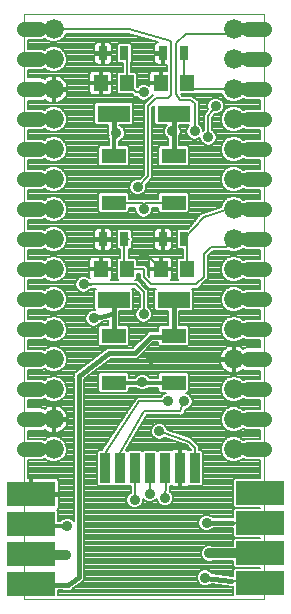
<source format=gtl>
G75*
%MOIN*%
%OFA0B0*%
%FSLAX25Y25*%
%IPPOS*%
%LPD*%
%AMOC8*
5,1,8,0,0,1.08239X$1,22.5*
%
%ADD10C,0.00000*%
%ADD11R,0.08268X0.05000*%
%ADD12C,0.06600*%
%ADD13R,0.11024X0.05512*%
%ADD14R,0.04724X0.05512*%
%ADD15R,0.03150X0.04724*%
%ADD16R,0.16000X0.08000*%
%ADD17R,0.03543X0.09843*%
%ADD18C,0.05150*%
%ADD19C,0.00800*%
%ADD20C,0.03562*%
%ADD21C,0.01600*%
%ADD22C,0.01200*%
%ADD23C,0.04000*%
%ADD24C,0.01000*%
%ADD25C,0.03200*%
D10*
X0006800Y0027970D02*
X0006800Y0222970D01*
X0086800Y0222970D01*
X0086800Y0027970D01*
X0006800Y0027970D01*
D11*
X0036800Y0100175D03*
X0036800Y0115766D03*
X0036800Y0160175D03*
X0036800Y0175766D03*
X0056800Y0175766D03*
X0056800Y0160175D03*
X0056800Y0115766D03*
X0056800Y0100175D03*
D12*
X0076800Y0097970D03*
X0076800Y0107970D03*
X0076800Y0117970D03*
X0076800Y0127970D03*
X0076800Y0137970D03*
X0076800Y0147970D03*
X0076800Y0157970D03*
X0076800Y0167970D03*
X0076800Y0177970D03*
X0076800Y0187970D03*
X0076800Y0197970D03*
X0076800Y0207970D03*
X0076800Y0217970D03*
X0076800Y0087970D03*
X0076800Y0077970D03*
X0016800Y0077970D03*
X0016800Y0087970D03*
X0016800Y0097970D03*
X0016800Y0107970D03*
X0016800Y0117970D03*
X0016800Y0127970D03*
X0016800Y0137970D03*
X0016800Y0147970D03*
X0016800Y0157970D03*
X0016800Y0167970D03*
X0016800Y0177970D03*
X0016800Y0187970D03*
X0016800Y0197970D03*
X0016800Y0207970D03*
X0016800Y0217970D03*
D13*
X0036800Y0189852D03*
X0056800Y0189852D03*
X0056800Y0127852D03*
X0036800Y0127852D03*
D14*
X0032469Y0138089D03*
X0041131Y0138089D03*
X0052469Y0138089D03*
X0061131Y0138089D03*
X0061131Y0200089D03*
X0052469Y0200089D03*
X0041131Y0200089D03*
X0032469Y0200089D03*
D15*
X0033257Y0209970D03*
X0040343Y0209970D03*
X0053257Y0209970D03*
X0060343Y0209970D03*
X0060343Y0147970D03*
X0053257Y0147970D03*
X0040343Y0147970D03*
X0033257Y0147970D03*
D16*
X0009200Y0062970D03*
X0009200Y0052970D03*
X0009200Y0042970D03*
X0009200Y0032970D03*
X0085600Y0033370D03*
X0085600Y0043370D03*
X0085600Y0053370D03*
X0085600Y0063370D03*
D17*
X0063902Y0071722D03*
X0058902Y0071722D03*
X0053902Y0071722D03*
X0048902Y0071722D03*
X0043902Y0071722D03*
X0038902Y0071722D03*
X0033902Y0071722D03*
D18*
X0011950Y0077970D02*
X0006800Y0077970D01*
X0006800Y0087970D02*
X0011950Y0087970D01*
X0011950Y0097970D02*
X0006800Y0097970D01*
X0006800Y0107970D02*
X0011950Y0107970D01*
X0011950Y0117970D02*
X0006800Y0117970D01*
X0006800Y0127970D02*
X0011950Y0127970D01*
X0011950Y0137970D02*
X0006800Y0137970D01*
X0006800Y0147970D02*
X0011950Y0147970D01*
X0011950Y0157970D02*
X0006800Y0157970D01*
X0006800Y0167970D02*
X0011950Y0167970D01*
X0011950Y0177970D02*
X0006800Y0177970D01*
X0006800Y0187970D02*
X0011950Y0187970D01*
X0011950Y0197970D02*
X0006800Y0197970D01*
X0006800Y0207970D02*
X0011950Y0207970D01*
X0011950Y0217970D02*
X0006800Y0217970D01*
X0081650Y0217970D02*
X0086800Y0217970D01*
X0086800Y0207970D02*
X0081650Y0207970D01*
X0081650Y0197970D02*
X0086800Y0197970D01*
X0086800Y0187970D02*
X0081650Y0187970D01*
X0081650Y0177970D02*
X0086800Y0177970D01*
X0086800Y0167970D02*
X0081650Y0167970D01*
X0081650Y0157970D02*
X0086800Y0157970D01*
X0086800Y0147970D02*
X0081650Y0147970D01*
X0081650Y0137970D02*
X0086800Y0137970D01*
X0086800Y0127970D02*
X0081650Y0127970D01*
X0081650Y0117970D02*
X0086800Y0117970D01*
X0086800Y0107970D02*
X0081650Y0107970D01*
X0081650Y0097970D02*
X0086800Y0097970D01*
X0086800Y0087970D02*
X0081650Y0087970D01*
X0081650Y0077970D02*
X0086800Y0077970D01*
D19*
X0085400Y0081545D02*
X0080939Y0081545D01*
X0079785Y0081067D01*
X0079236Y0081616D01*
X0077655Y0082270D01*
X0075945Y0082270D01*
X0074364Y0081616D01*
X0073155Y0080406D01*
X0072500Y0078826D01*
X0072500Y0077115D01*
X0073155Y0075535D01*
X0074364Y0074325D01*
X0075945Y0073670D01*
X0077655Y0073670D01*
X0079236Y0074325D01*
X0079785Y0074874D01*
X0080939Y0074396D01*
X0085400Y0074396D01*
X0085400Y0068370D01*
X0077186Y0068370D01*
X0076600Y0067785D01*
X0076600Y0058956D01*
X0077186Y0058370D01*
X0076600Y0057785D01*
X0076600Y0055270D01*
X0069933Y0055270D01*
X0069375Y0055828D01*
X0068353Y0056252D01*
X0067247Y0056252D01*
X0066225Y0055828D01*
X0065442Y0055046D01*
X0065019Y0054024D01*
X0065019Y0052917D01*
X0065442Y0051895D01*
X0066225Y0051113D01*
X0067247Y0050689D01*
X0068353Y0050689D01*
X0069375Y0051113D01*
X0069933Y0051670D01*
X0076600Y0051670D01*
X0076600Y0048956D01*
X0077186Y0048370D01*
X0076600Y0047785D01*
X0076600Y0045917D01*
X0069676Y0045876D01*
X0069253Y0046052D01*
X0068147Y0046052D01*
X0067125Y0045628D01*
X0066342Y0044846D01*
X0065919Y0043824D01*
X0065919Y0042717D01*
X0066342Y0041695D01*
X0067125Y0040913D01*
X0068147Y0040489D01*
X0069253Y0040489D01*
X0069705Y0040676D01*
X0076600Y0040717D01*
X0076600Y0038956D01*
X0077186Y0038370D01*
X0076600Y0037785D01*
X0076600Y0035676D01*
X0069596Y0036654D01*
X0069558Y0036746D01*
X0068775Y0037528D01*
X0067753Y0037952D01*
X0066647Y0037952D01*
X0065625Y0037528D01*
X0064842Y0036746D01*
X0064419Y0035724D01*
X0064419Y0034617D01*
X0064842Y0033595D01*
X0065625Y0032813D01*
X0066647Y0032389D01*
X0067753Y0032389D01*
X0068775Y0032813D01*
X0069057Y0033094D01*
X0076290Y0032085D01*
X0076600Y0032319D01*
X0076600Y0029370D01*
X0018200Y0029370D01*
X0018200Y0030954D01*
X0021546Y0030874D01*
X0022175Y0030781D01*
X0022276Y0030856D01*
X0022402Y0030853D01*
X0022862Y0031291D01*
X0025795Y0033470D01*
X0025946Y0033470D01*
X0026379Y0033904D01*
X0026872Y0034270D01*
X0026894Y0034419D01*
X0027000Y0034525D01*
X0027000Y0035138D01*
X0027090Y0035745D01*
X0027000Y0035866D01*
X0027000Y0101472D01*
X0035902Y0108170D01*
X0044546Y0108170D01*
X0050046Y0113670D01*
X0051666Y0113670D01*
X0051666Y0112852D01*
X0052252Y0112266D01*
X0061348Y0112266D01*
X0061934Y0112852D01*
X0061934Y0118680D01*
X0061348Y0119266D01*
X0058600Y0119266D01*
X0058600Y0124096D01*
X0062726Y0124096D01*
X0063312Y0124682D01*
X0063312Y0131022D01*
X0062764Y0131570D01*
X0064880Y0131570D01*
X0067380Y0134070D01*
X0068200Y0134891D01*
X0068200Y0142391D01*
X0069880Y0144070D01*
X0074880Y0144070D01*
X0074909Y0144100D01*
X0075945Y0143670D01*
X0077655Y0143670D01*
X0079236Y0144325D01*
X0079785Y0144874D01*
X0080939Y0144396D01*
X0085400Y0144396D01*
X0085400Y0141545D01*
X0080939Y0141545D01*
X0079785Y0141067D01*
X0079236Y0141616D01*
X0077655Y0142270D01*
X0075945Y0142270D01*
X0074364Y0141616D01*
X0073155Y0140406D01*
X0072500Y0138826D01*
X0072500Y0137115D01*
X0073155Y0135535D01*
X0074364Y0134325D01*
X0075945Y0133670D01*
X0077655Y0133670D01*
X0079236Y0134325D01*
X0079785Y0134874D01*
X0080939Y0134396D01*
X0085400Y0134396D01*
X0085400Y0131545D01*
X0080939Y0131545D01*
X0079785Y0131067D01*
X0079236Y0131616D01*
X0077655Y0132270D01*
X0075945Y0132270D01*
X0074364Y0131616D01*
X0073155Y0130406D01*
X0072500Y0128826D01*
X0072500Y0127115D01*
X0073155Y0125535D01*
X0074364Y0124325D01*
X0075945Y0123670D01*
X0077655Y0123670D01*
X0079236Y0124325D01*
X0079785Y0124874D01*
X0080939Y0124396D01*
X0085400Y0124396D01*
X0085400Y0121545D01*
X0080939Y0121545D01*
X0079785Y0121067D01*
X0079236Y0121616D01*
X0077655Y0122270D01*
X0075945Y0122270D01*
X0074364Y0121616D01*
X0073155Y0120406D01*
X0072500Y0118826D01*
X0072500Y0117115D01*
X0073155Y0115535D01*
X0074364Y0114325D01*
X0075945Y0113670D01*
X0077655Y0113670D01*
X0079236Y0114325D01*
X0079785Y0114874D01*
X0080939Y0114396D01*
X0085400Y0114396D01*
X0085400Y0111945D01*
X0081259Y0111945D01*
X0080491Y0111793D01*
X0079878Y0111539D01*
X0079862Y0111555D01*
X0079263Y0111990D01*
X0078604Y0112326D01*
X0077901Y0112555D01*
X0077200Y0112666D01*
X0077200Y0108371D01*
X0076400Y0108371D01*
X0076400Y0112666D01*
X0075699Y0112555D01*
X0074996Y0112326D01*
X0074337Y0111990D01*
X0073738Y0111555D01*
X0073215Y0111032D01*
X0072780Y0110434D01*
X0072444Y0109775D01*
X0072216Y0109071D01*
X0072105Y0108370D01*
X0076400Y0108370D01*
X0076400Y0107570D01*
X0077200Y0107570D01*
X0077200Y0103275D01*
X0077901Y0103386D01*
X0078604Y0103615D01*
X0079263Y0103951D01*
X0079862Y0104386D01*
X0079878Y0104402D01*
X0080491Y0104148D01*
X0081259Y0103996D01*
X0085400Y0103996D01*
X0085400Y0101545D01*
X0080939Y0101545D01*
X0079785Y0101067D01*
X0079236Y0101616D01*
X0077655Y0102270D01*
X0075945Y0102270D01*
X0074364Y0101616D01*
X0073155Y0100406D01*
X0072500Y0098826D01*
X0072500Y0097115D01*
X0073155Y0095535D01*
X0074364Y0094325D01*
X0075945Y0093670D01*
X0077655Y0093670D01*
X0079236Y0094325D01*
X0079785Y0094874D01*
X0080939Y0094396D01*
X0085400Y0094396D01*
X0085400Y0091545D01*
X0080939Y0091545D01*
X0079785Y0091067D01*
X0079236Y0091616D01*
X0077655Y0092270D01*
X0075945Y0092270D01*
X0074364Y0091616D01*
X0073155Y0090406D01*
X0072500Y0088826D01*
X0072500Y0087115D01*
X0073155Y0085535D01*
X0074364Y0084325D01*
X0075945Y0083670D01*
X0077655Y0083670D01*
X0079236Y0084325D01*
X0079785Y0084874D01*
X0080939Y0084396D01*
X0085400Y0084396D01*
X0085400Y0081545D01*
X0085400Y0082269D02*
X0077658Y0082269D01*
X0078128Y0083866D02*
X0085400Y0083866D01*
X0085400Y0083068D02*
X0058888Y0083068D01*
X0059555Y0079874D02*
X0042314Y0079874D01*
X0042776Y0080672D02*
X0057248Y0080672D01*
X0056946Y0078044D02*
X0056590Y0077948D01*
X0056271Y0077764D01*
X0056120Y0077612D01*
X0056088Y0077644D01*
X0051716Y0077644D01*
X0051402Y0077330D01*
X0051088Y0077644D01*
X0046716Y0077644D01*
X0046402Y0077330D01*
X0046088Y0077644D01*
X0041716Y0077644D01*
X0041402Y0077330D01*
X0041088Y0077644D01*
X0041024Y0077644D01*
X0047807Y0089370D01*
X0058726Y0089370D01*
X0059010Y0089255D01*
X0059283Y0089370D01*
X0059580Y0089370D01*
X0059797Y0089587D01*
X0060079Y0089706D01*
X0060190Y0089981D01*
X0060400Y0090191D01*
X0060400Y0090497D01*
X0060681Y0091189D01*
X0060853Y0091189D01*
X0061875Y0091613D01*
X0062658Y0092395D01*
X0063081Y0093417D01*
X0063081Y0094524D01*
X0062658Y0095546D01*
X0061875Y0096328D01*
X0061038Y0096675D01*
X0061348Y0096675D01*
X0061934Y0097261D01*
X0061934Y0103089D01*
X0061348Y0103675D01*
X0052252Y0103675D01*
X0051666Y0103089D01*
X0051666Y0101775D01*
X0048770Y0101775D01*
X0048658Y0102046D01*
X0047875Y0102828D01*
X0046853Y0103252D01*
X0045747Y0103252D01*
X0044725Y0102828D01*
X0043942Y0102046D01*
X0043830Y0101775D01*
X0041934Y0101775D01*
X0041934Y0103089D01*
X0041348Y0103675D01*
X0032252Y0103675D01*
X0031666Y0103089D01*
X0031666Y0097261D01*
X0032252Y0096675D01*
X0041348Y0096675D01*
X0041934Y0097261D01*
X0041934Y0098575D01*
X0044262Y0098575D01*
X0044725Y0098113D01*
X0045747Y0097689D01*
X0046853Y0097689D01*
X0047875Y0098113D01*
X0048338Y0098575D01*
X0051666Y0098575D01*
X0051666Y0097261D01*
X0052252Y0096675D01*
X0054062Y0096675D01*
X0053225Y0096328D01*
X0052442Y0095546D01*
X0052370Y0095370D01*
X0045724Y0095370D01*
X0045594Y0095457D01*
X0045161Y0095370D01*
X0044720Y0095370D01*
X0044610Y0095260D01*
X0044457Y0095230D01*
X0044212Y0094862D01*
X0043900Y0094550D01*
X0043900Y0094394D01*
X0033029Y0078086D01*
X0032725Y0077804D01*
X0032719Y0077644D01*
X0031716Y0077644D01*
X0031131Y0077058D01*
X0031131Y0066387D01*
X0031716Y0065801D01*
X0036088Y0065801D01*
X0036402Y0066115D01*
X0036716Y0065801D01*
X0041088Y0065801D01*
X0041402Y0066115D01*
X0041716Y0065801D01*
X0042501Y0065801D01*
X0042500Y0063542D01*
X0042225Y0063428D01*
X0041442Y0062646D01*
X0041019Y0061624D01*
X0041019Y0060517D01*
X0041442Y0059495D01*
X0042225Y0058713D01*
X0043247Y0058289D01*
X0044353Y0058289D01*
X0045375Y0058713D01*
X0046158Y0059495D01*
X0046581Y0060517D01*
X0046581Y0061456D01*
X0047225Y0060813D01*
X0048247Y0060389D01*
X0049353Y0060389D01*
X0050375Y0060813D01*
X0051119Y0061556D01*
X0051119Y0061217D01*
X0051542Y0060195D01*
X0052325Y0059413D01*
X0053347Y0058989D01*
X0054453Y0058989D01*
X0055475Y0059413D01*
X0056258Y0060195D01*
X0056681Y0061217D01*
X0056681Y0062324D01*
X0056258Y0063346D01*
X0055475Y0064128D01*
X0055466Y0064132D01*
X0055563Y0065543D01*
X0055629Y0065615D01*
X0055619Y0065801D01*
X0056088Y0065801D01*
X0056120Y0065832D01*
X0056271Y0065681D01*
X0056590Y0065497D01*
X0056946Y0065401D01*
X0058502Y0065401D01*
X0058502Y0071322D01*
X0059302Y0071322D01*
X0059302Y0065401D01*
X0060858Y0065401D01*
X0061214Y0065497D01*
X0061534Y0065681D01*
X0061685Y0065832D01*
X0061716Y0065801D01*
X0066088Y0065801D01*
X0066674Y0066387D01*
X0066674Y0077058D01*
X0066088Y0077644D01*
X0065302Y0077644D01*
X0065302Y0079077D01*
X0064482Y0079898D01*
X0062990Y0081390D01*
X0062839Y0081700D01*
X0062596Y0081784D01*
X0062413Y0081967D01*
X0062069Y0081967D01*
X0054781Y0084489D01*
X0054781Y0084524D01*
X0054358Y0085546D01*
X0053575Y0086328D01*
X0052553Y0086752D01*
X0051447Y0086752D01*
X0050425Y0086328D01*
X0049642Y0085546D01*
X0049219Y0084524D01*
X0049219Y0083417D01*
X0049642Y0082395D01*
X0050425Y0081613D01*
X0051447Y0081189D01*
X0052553Y0081189D01*
X0053575Y0081613D01*
X0053821Y0081859D01*
X0061071Y0079349D01*
X0062502Y0077918D01*
X0062502Y0077644D01*
X0061716Y0077644D01*
X0061685Y0077612D01*
X0061534Y0077764D01*
X0061214Y0077948D01*
X0060858Y0078044D01*
X0059302Y0078044D01*
X0059302Y0072122D01*
X0058502Y0072122D01*
X0058502Y0078044D01*
X0056946Y0078044D01*
X0058502Y0077478D02*
X0059302Y0077478D01*
X0059302Y0076680D02*
X0058502Y0076680D01*
X0058502Y0075881D02*
X0059302Y0075881D01*
X0059302Y0075083D02*
X0058502Y0075083D01*
X0058502Y0074284D02*
X0059302Y0074284D01*
X0059302Y0073486D02*
X0058502Y0073486D01*
X0058502Y0072687D02*
X0059302Y0072687D01*
X0059302Y0071090D02*
X0058502Y0071090D01*
X0058502Y0070292D02*
X0059302Y0070292D01*
X0059302Y0069493D02*
X0058502Y0069493D01*
X0058502Y0068695D02*
X0059302Y0068695D01*
X0059302Y0067896D02*
X0058502Y0067896D01*
X0058502Y0067098D02*
X0059302Y0067098D01*
X0059302Y0066299D02*
X0058502Y0066299D01*
X0058502Y0065501D02*
X0059302Y0065501D01*
X0061221Y0065501D02*
X0076600Y0065501D01*
X0076600Y0066299D02*
X0066586Y0066299D01*
X0066674Y0067098D02*
X0076600Y0067098D01*
X0076711Y0067896D02*
X0066674Y0067896D01*
X0066674Y0068695D02*
X0085400Y0068695D01*
X0085400Y0069493D02*
X0066674Y0069493D01*
X0066674Y0070292D02*
X0085400Y0070292D01*
X0085400Y0071090D02*
X0066674Y0071090D01*
X0066674Y0071889D02*
X0085400Y0071889D01*
X0085400Y0072687D02*
X0066674Y0072687D01*
X0066674Y0073486D02*
X0085400Y0073486D01*
X0085400Y0074284D02*
X0079137Y0074284D01*
X0079381Y0081471D02*
X0080759Y0081471D01*
X0080290Y0084665D02*
X0079575Y0084665D01*
X0075942Y0082269D02*
X0061195Y0082269D01*
X0061833Y0080567D02*
X0063902Y0078498D01*
X0063902Y0071722D01*
X0066674Y0074284D02*
X0074463Y0074284D01*
X0073607Y0075083D02*
X0066674Y0075083D01*
X0066674Y0075881D02*
X0073011Y0075881D01*
X0072680Y0076680D02*
X0066674Y0076680D01*
X0066254Y0077478D02*
X0072500Y0077478D01*
X0072500Y0078277D02*
X0065302Y0078277D01*
X0065302Y0079075D02*
X0072603Y0079075D01*
X0072934Y0079874D02*
X0064506Y0079874D01*
X0063708Y0080672D02*
X0073421Y0080672D01*
X0074219Y0081471D02*
X0062951Y0081471D01*
X0061833Y0080567D02*
X0052000Y0083970D01*
X0050768Y0081471D02*
X0043237Y0081471D01*
X0043699Y0082269D02*
X0049768Y0082269D01*
X0049364Y0083068D02*
X0044161Y0083068D01*
X0044623Y0083866D02*
X0049219Y0083866D01*
X0049277Y0084665D02*
X0045085Y0084665D01*
X0045547Y0085463D02*
X0049608Y0085463D01*
X0050358Y0086262D02*
X0046009Y0086262D01*
X0046471Y0087060D02*
X0072523Y0087060D01*
X0072500Y0087859D02*
X0046933Y0087859D01*
X0047395Y0088657D02*
X0072500Y0088657D01*
X0072761Y0089456D02*
X0059665Y0089456D01*
X0060400Y0090254D02*
X0073092Y0090254D01*
X0073801Y0091053D02*
X0060626Y0091053D01*
X0059000Y0090770D02*
X0060300Y0093970D01*
X0061117Y0096642D02*
X0072696Y0096642D01*
X0072500Y0097441D02*
X0061934Y0097441D01*
X0061934Y0098239D02*
X0072500Y0098239D01*
X0072588Y0099038D02*
X0061934Y0099038D01*
X0061934Y0099836D02*
X0072919Y0099836D01*
X0073383Y0100635D02*
X0061934Y0100635D01*
X0061934Y0101434D02*
X0074182Y0101434D01*
X0074996Y0103615D02*
X0074337Y0103951D01*
X0073738Y0104386D01*
X0073215Y0104909D01*
X0072780Y0105507D01*
X0072444Y0106166D01*
X0072216Y0106870D01*
X0072105Y0107570D01*
X0076400Y0107570D01*
X0076400Y0103275D01*
X0075699Y0103386D01*
X0074996Y0103615D01*
X0074575Y0103829D02*
X0030132Y0103829D01*
X0029071Y0103031D02*
X0031666Y0103031D01*
X0031666Y0102232D02*
X0028010Y0102232D01*
X0027000Y0101434D02*
X0031666Y0101434D01*
X0031666Y0100635D02*
X0027000Y0100635D01*
X0027000Y0099836D02*
X0031666Y0099836D01*
X0031666Y0099038D02*
X0027000Y0099038D01*
X0027000Y0098239D02*
X0031666Y0098239D01*
X0031666Y0097441D02*
X0027000Y0097441D01*
X0027000Y0096642D02*
X0053983Y0096642D01*
X0052740Y0095844D02*
X0027000Y0095844D01*
X0027000Y0095045D02*
X0044334Y0095045D01*
X0043802Y0094247D02*
X0027000Y0094247D01*
X0027000Y0093448D02*
X0043269Y0093448D01*
X0042737Y0092650D02*
X0027000Y0092650D01*
X0027000Y0091851D02*
X0042205Y0091851D01*
X0041673Y0091053D02*
X0027000Y0091053D01*
X0027000Y0090254D02*
X0041140Y0090254D01*
X0040608Y0089456D02*
X0027000Y0089456D01*
X0027000Y0088657D02*
X0040076Y0088657D01*
X0039543Y0087859D02*
X0027000Y0087859D01*
X0027000Y0087060D02*
X0039011Y0087060D01*
X0038479Y0086262D02*
X0027000Y0086262D01*
X0027000Y0085463D02*
X0037946Y0085463D01*
X0037414Y0084665D02*
X0027000Y0084665D01*
X0027000Y0083866D02*
X0036882Y0083866D01*
X0036349Y0083068D02*
X0027000Y0083068D01*
X0027000Y0082269D02*
X0035817Y0082269D01*
X0035285Y0081471D02*
X0027000Y0081471D01*
X0027000Y0080672D02*
X0034753Y0080672D01*
X0034220Y0079874D02*
X0027000Y0079874D01*
X0027000Y0079075D02*
X0033688Y0079075D01*
X0033156Y0078277D02*
X0027000Y0078277D01*
X0027000Y0077478D02*
X0031551Y0077478D01*
X0031131Y0076680D02*
X0027000Y0076680D01*
X0027000Y0075881D02*
X0031131Y0075881D01*
X0031131Y0075083D02*
X0027000Y0075083D01*
X0027000Y0074284D02*
X0031131Y0074284D01*
X0031131Y0073486D02*
X0027000Y0073486D01*
X0027000Y0072687D02*
X0031131Y0072687D01*
X0031131Y0071889D02*
X0027000Y0071889D01*
X0027000Y0071090D02*
X0031131Y0071090D01*
X0031131Y0070292D02*
X0027000Y0070292D01*
X0027000Y0069493D02*
X0031131Y0069493D01*
X0031131Y0068695D02*
X0027000Y0068695D01*
X0027000Y0067896D02*
X0031131Y0067896D01*
X0031131Y0067098D02*
X0027000Y0067098D01*
X0027000Y0066299D02*
X0031219Y0066299D01*
X0033902Y0071722D02*
X0034102Y0077173D01*
X0045300Y0093970D01*
X0054800Y0093970D01*
X0051666Y0097441D02*
X0041934Y0097441D01*
X0041934Y0098239D02*
X0044598Y0098239D01*
X0044128Y0102232D02*
X0041934Y0102232D01*
X0041934Y0103031D02*
X0045213Y0103031D01*
X0047387Y0103031D02*
X0051666Y0103031D01*
X0051666Y0102232D02*
X0048471Y0102232D01*
X0048002Y0098239D02*
X0051666Y0098239D01*
X0049300Y0107970D02*
X0076800Y0107970D01*
X0077200Y0107822D02*
X0085400Y0107822D01*
X0085400Y0107583D02*
X0085400Y0108358D01*
X0077676Y0108358D01*
X0077676Y0108362D01*
X0077677Y0108370D01*
X0077200Y0108370D01*
X0077200Y0107570D01*
X0077677Y0107570D01*
X0077676Y0107579D01*
X0077676Y0107583D01*
X0085400Y0107583D01*
X0085400Y0103829D02*
X0079025Y0103829D01*
X0077748Y0102232D02*
X0085400Y0102232D01*
X0085400Y0103031D02*
X0061934Y0103031D01*
X0061934Y0102232D02*
X0075852Y0102232D01*
X0076400Y0103829D02*
X0077200Y0103829D01*
X0077200Y0104628D02*
X0076400Y0104628D01*
X0076400Y0105426D02*
X0077200Y0105426D01*
X0077200Y0106225D02*
X0076400Y0106225D01*
X0076400Y0107023D02*
X0077200Y0107023D01*
X0076400Y0107822D02*
X0035438Y0107822D01*
X0034377Y0107023D02*
X0072191Y0107023D01*
X0072425Y0106225D02*
X0033316Y0106225D01*
X0032254Y0105426D02*
X0072839Y0105426D01*
X0073496Y0104628D02*
X0031193Y0104628D01*
X0029451Y0107822D02*
X0021100Y0107822D01*
X0021100Y0107115D02*
X0021100Y0108826D01*
X0020445Y0110406D01*
X0019236Y0111616D01*
X0017655Y0112270D01*
X0015945Y0112270D01*
X0014364Y0111616D01*
X0013815Y0111067D01*
X0012661Y0111545D01*
X0008200Y0111545D01*
X0008200Y0114396D01*
X0012661Y0114396D01*
X0013815Y0114874D01*
X0014364Y0114325D01*
X0015945Y0113670D01*
X0017655Y0113670D01*
X0019236Y0114325D01*
X0020445Y0115535D01*
X0021100Y0117115D01*
X0021100Y0118826D01*
X0020445Y0120406D01*
X0019236Y0121616D01*
X0017655Y0122270D01*
X0015945Y0122270D01*
X0014364Y0121616D01*
X0013815Y0121067D01*
X0012661Y0121545D01*
X0008200Y0121545D01*
X0008200Y0124396D01*
X0012661Y0124396D01*
X0013815Y0124874D01*
X0014364Y0124325D01*
X0015945Y0123670D01*
X0017655Y0123670D01*
X0019236Y0124325D01*
X0020445Y0125535D01*
X0021100Y0127115D01*
X0021100Y0128826D01*
X0020445Y0130406D01*
X0019236Y0131616D01*
X0017655Y0132270D01*
X0015945Y0132270D01*
X0014364Y0131616D01*
X0013815Y0131067D01*
X0012661Y0131545D01*
X0008200Y0131545D01*
X0008200Y0134396D01*
X0012661Y0134396D01*
X0013815Y0134874D01*
X0014364Y0134325D01*
X0015945Y0133670D01*
X0017655Y0133670D01*
X0019236Y0134325D01*
X0020445Y0135535D01*
X0021100Y0137115D01*
X0021100Y0138826D01*
X0020445Y0140406D01*
X0019236Y0141616D01*
X0017655Y0142270D01*
X0015945Y0142270D01*
X0014364Y0141616D01*
X0013815Y0141067D01*
X0012661Y0141545D01*
X0008200Y0141545D01*
X0008200Y0144396D01*
X0012661Y0144396D01*
X0013815Y0144874D01*
X0014364Y0144325D01*
X0015945Y0143670D01*
X0017655Y0143670D01*
X0019236Y0144325D01*
X0020445Y0145535D01*
X0021100Y0147115D01*
X0021100Y0148826D01*
X0020445Y0150406D01*
X0019236Y0151616D01*
X0017655Y0152270D01*
X0015945Y0152270D01*
X0014364Y0151616D01*
X0013815Y0151067D01*
X0012661Y0151545D01*
X0008200Y0151545D01*
X0008200Y0154396D01*
X0012661Y0154396D01*
X0013815Y0154874D01*
X0014364Y0154325D01*
X0015945Y0153670D01*
X0017655Y0153670D01*
X0019236Y0154325D01*
X0020445Y0155535D01*
X0021100Y0157115D01*
X0021100Y0158826D01*
X0020445Y0160406D01*
X0019236Y0161616D01*
X0017655Y0162270D01*
X0015945Y0162270D01*
X0014364Y0161616D01*
X0013815Y0161067D01*
X0012661Y0161545D01*
X0008200Y0161545D01*
X0008200Y0164396D01*
X0012661Y0164396D01*
X0013815Y0164874D01*
X0014364Y0164325D01*
X0015945Y0163670D01*
X0017655Y0163670D01*
X0019236Y0164325D01*
X0020445Y0165535D01*
X0021100Y0167115D01*
X0021100Y0168826D01*
X0020445Y0170406D01*
X0019236Y0171616D01*
X0017655Y0172270D01*
X0015945Y0172270D01*
X0014364Y0171616D01*
X0013815Y0171067D01*
X0012661Y0171545D01*
X0008200Y0171545D01*
X0008200Y0174396D01*
X0012661Y0174396D01*
X0013815Y0174874D01*
X0014364Y0174325D01*
X0015945Y0173670D01*
X0017655Y0173670D01*
X0019236Y0174325D01*
X0020445Y0175535D01*
X0021100Y0177115D01*
X0021100Y0178826D01*
X0020445Y0180406D01*
X0019236Y0181616D01*
X0017655Y0182270D01*
X0015945Y0182270D01*
X0014364Y0181616D01*
X0013815Y0181067D01*
X0012661Y0181545D01*
X0008200Y0181545D01*
X0008200Y0184396D01*
X0012661Y0184396D01*
X0013815Y0184874D01*
X0014364Y0184325D01*
X0015945Y0183670D01*
X0017655Y0183670D01*
X0019236Y0184325D01*
X0020445Y0185535D01*
X0021100Y0187115D01*
X0021100Y0188826D01*
X0020445Y0190406D01*
X0019236Y0191616D01*
X0017655Y0192270D01*
X0015945Y0192270D01*
X0014364Y0191616D01*
X0013815Y0191067D01*
X0012661Y0191545D01*
X0008200Y0191545D01*
X0008200Y0193996D01*
X0012341Y0193996D01*
X0013109Y0194148D01*
X0013722Y0194402D01*
X0013738Y0194386D01*
X0014337Y0193951D01*
X0014996Y0193615D01*
X0015699Y0193386D01*
X0016400Y0193275D01*
X0016400Y0197570D01*
X0017200Y0197570D01*
X0017200Y0193275D01*
X0017901Y0193386D01*
X0018604Y0193615D01*
X0019263Y0193951D01*
X0019862Y0194386D01*
X0020385Y0194909D01*
X0020820Y0195507D01*
X0021156Y0196166D01*
X0021384Y0196870D01*
X0021495Y0197570D01*
X0017200Y0197570D01*
X0017200Y0198370D01*
X0021495Y0198370D01*
X0021384Y0199071D01*
X0021156Y0199775D01*
X0020820Y0200434D01*
X0020385Y0201032D01*
X0019862Y0201555D01*
X0019263Y0201990D01*
X0018604Y0202326D01*
X0017901Y0202555D01*
X0017200Y0202666D01*
X0017200Y0198371D01*
X0016400Y0198371D01*
X0016400Y0202666D01*
X0015699Y0202555D01*
X0014996Y0202326D01*
X0014337Y0201990D01*
X0013738Y0201555D01*
X0013722Y0201539D01*
X0013109Y0201793D01*
X0012341Y0201945D01*
X0008200Y0201945D01*
X0008200Y0204396D01*
X0012661Y0204396D01*
X0013815Y0204874D01*
X0014364Y0204325D01*
X0015945Y0203670D01*
X0017655Y0203670D01*
X0019236Y0204325D01*
X0020445Y0205535D01*
X0021100Y0207115D01*
X0021100Y0208826D01*
X0020445Y0210406D01*
X0019236Y0211616D01*
X0017655Y0212270D01*
X0015945Y0212270D01*
X0014364Y0211616D01*
X0013815Y0211067D01*
X0012661Y0211545D01*
X0008200Y0211545D01*
X0008200Y0214396D01*
X0012661Y0214396D01*
X0013815Y0214874D01*
X0014364Y0214325D01*
X0015945Y0213670D01*
X0017655Y0213670D01*
X0019236Y0214325D01*
X0020445Y0215535D01*
X0020874Y0216570D01*
X0041607Y0216570D01*
X0051681Y0213733D01*
X0051498Y0213733D01*
X0051141Y0213637D01*
X0050822Y0213453D01*
X0050562Y0213192D01*
X0050377Y0212873D01*
X0050282Y0212517D01*
X0050282Y0210358D01*
X0052869Y0210358D01*
X0052869Y0209583D01*
X0050282Y0209583D01*
X0050282Y0207424D01*
X0050377Y0207068D01*
X0050562Y0206749D01*
X0050822Y0206488D01*
X0051141Y0206304D01*
X0051498Y0206208D01*
X0052869Y0206208D01*
X0052869Y0209583D01*
X0053644Y0209583D01*
X0053644Y0206208D01*
X0054600Y0206208D01*
X0054600Y0204540D01*
X0054570Y0204244D01*
X0052869Y0204244D01*
X0052869Y0200489D01*
X0052069Y0200489D01*
X0052069Y0204244D01*
X0049923Y0204244D01*
X0049567Y0204149D01*
X0049247Y0203965D01*
X0048987Y0203704D01*
X0048802Y0203385D01*
X0048707Y0203029D01*
X0048707Y0200489D01*
X0052069Y0200489D01*
X0052069Y0199689D01*
X0048707Y0199689D01*
X0048707Y0198996D01*
X0048375Y0199328D01*
X0047353Y0199752D01*
X0046247Y0199752D01*
X0045225Y0199328D01*
X0044548Y0198651D01*
X0044493Y0198706D01*
X0044493Y0203259D01*
X0043907Y0203844D01*
X0042531Y0203844D01*
X0042531Y0206807D01*
X0042918Y0207194D01*
X0042918Y0212747D01*
X0042332Y0213333D01*
X0038354Y0213333D01*
X0037769Y0212747D01*
X0037769Y0207194D01*
X0038354Y0206608D01*
X0039731Y0206608D01*
X0039731Y0203844D01*
X0038354Y0203844D01*
X0037769Y0203259D01*
X0037769Y0196918D01*
X0038354Y0196333D01*
X0042907Y0196333D01*
X0043669Y0195570D01*
X0044370Y0195570D01*
X0044442Y0195395D01*
X0045225Y0194613D01*
X0046247Y0194189D01*
X0047353Y0194189D01*
X0048375Y0194613D01*
X0049158Y0195395D01*
X0049448Y0196096D01*
X0049567Y0196028D01*
X0049812Y0195962D01*
X0047720Y0193870D01*
X0046900Y0193050D01*
X0046900Y0169550D01*
X0045529Y0168179D01*
X0045353Y0168252D01*
X0044247Y0168252D01*
X0043225Y0167828D01*
X0042442Y0167046D01*
X0042019Y0166024D01*
X0042019Y0164917D01*
X0042442Y0163895D01*
X0043225Y0163113D01*
X0044247Y0162689D01*
X0045353Y0162689D01*
X0046375Y0163113D01*
X0047158Y0163895D01*
X0047581Y0164917D01*
X0047581Y0166024D01*
X0047508Y0166199D01*
X0049700Y0168391D01*
X0049700Y0191891D01*
X0050288Y0192479D01*
X0050288Y0186682D01*
X0050874Y0186096D01*
X0054493Y0186096D01*
X0053942Y0185546D01*
X0053519Y0184524D01*
X0053519Y0183417D01*
X0053942Y0182395D01*
X0054725Y0181613D01*
X0055000Y0181499D01*
X0055000Y0179266D01*
X0052252Y0179266D01*
X0051666Y0178680D01*
X0051666Y0172852D01*
X0052252Y0172266D01*
X0061348Y0172266D01*
X0061934Y0172852D01*
X0061934Y0178680D01*
X0061348Y0179266D01*
X0058600Y0179266D01*
X0058600Y0182337D01*
X0058658Y0182395D01*
X0059081Y0183417D01*
X0059081Y0184524D01*
X0058658Y0185546D01*
X0058600Y0185604D01*
X0058600Y0186096D01*
X0061993Y0186096D01*
X0061442Y0185546D01*
X0061019Y0184524D01*
X0061019Y0183417D01*
X0061442Y0182395D01*
X0062225Y0181613D01*
X0063247Y0181189D01*
X0064353Y0181189D01*
X0065375Y0181613D01*
X0065519Y0181756D01*
X0065519Y0181417D01*
X0065942Y0180395D01*
X0066725Y0179613D01*
X0067747Y0179189D01*
X0068853Y0179189D01*
X0069875Y0179613D01*
X0070658Y0180395D01*
X0071081Y0181417D01*
X0071081Y0182524D01*
X0070658Y0183546D01*
X0069875Y0184328D01*
X0069700Y0184401D01*
X0069700Y0188522D01*
X0070534Y0189689D01*
X0071353Y0189689D01*
X0072375Y0190113D01*
X0073158Y0190895D01*
X0073581Y0191917D01*
X0073581Y0193024D01*
X0073158Y0194046D01*
X0072375Y0194828D01*
X0071353Y0195252D01*
X0070247Y0195252D01*
X0069225Y0194828D01*
X0068442Y0194046D01*
X0068019Y0193024D01*
X0068019Y0191917D01*
X0068263Y0191328D01*
X0067228Y0189879D01*
X0066900Y0189550D01*
X0066900Y0189419D01*
X0066824Y0189312D01*
X0066900Y0188855D01*
X0066900Y0184401D01*
X0066725Y0184328D01*
X0066581Y0184185D01*
X0066581Y0184524D01*
X0066158Y0185546D01*
X0065375Y0186328D01*
X0065200Y0186401D01*
X0065200Y0193047D01*
X0065287Y0193176D01*
X0065200Y0193609D01*
X0065200Y0194050D01*
X0065090Y0194161D01*
X0065059Y0194314D01*
X0064692Y0194558D01*
X0064380Y0194870D01*
X0064224Y0194870D01*
X0063192Y0195558D01*
X0062880Y0195870D01*
X0062724Y0195870D01*
X0062594Y0195957D01*
X0062161Y0195870D01*
X0059612Y0195870D01*
X0059348Y0196333D01*
X0063907Y0196333D01*
X0064145Y0196570D01*
X0072726Y0196570D01*
X0073155Y0195535D01*
X0074364Y0194325D01*
X0075945Y0193670D01*
X0077655Y0193670D01*
X0079236Y0194325D01*
X0079785Y0194874D01*
X0080939Y0194396D01*
X0085400Y0194396D01*
X0085400Y0191545D01*
X0080939Y0191545D01*
X0079785Y0191067D01*
X0079236Y0191616D01*
X0077655Y0192270D01*
X0075945Y0192270D01*
X0074364Y0191616D01*
X0073155Y0190406D01*
X0072500Y0188826D01*
X0072500Y0187115D01*
X0073155Y0185535D01*
X0074364Y0184325D01*
X0075945Y0183670D01*
X0077655Y0183670D01*
X0079236Y0184325D01*
X0079785Y0184874D01*
X0080939Y0184396D01*
X0085400Y0184396D01*
X0085400Y0181545D01*
X0080939Y0181545D01*
X0079785Y0181067D01*
X0079236Y0181616D01*
X0077655Y0182270D01*
X0075945Y0182270D01*
X0074364Y0181616D01*
X0073155Y0180406D01*
X0072500Y0178826D01*
X0072500Y0177115D01*
X0073155Y0175535D01*
X0074364Y0174325D01*
X0075945Y0173670D01*
X0077655Y0173670D01*
X0079236Y0174325D01*
X0079785Y0174874D01*
X0080939Y0174396D01*
X0085400Y0174396D01*
X0085400Y0171545D01*
X0080939Y0171545D01*
X0079785Y0171067D01*
X0079236Y0171616D01*
X0077655Y0172270D01*
X0075945Y0172270D01*
X0074364Y0171616D01*
X0073155Y0170406D01*
X0072500Y0168826D01*
X0072500Y0167115D01*
X0073155Y0165535D01*
X0074364Y0164325D01*
X0075945Y0163670D01*
X0077655Y0163670D01*
X0079236Y0164325D01*
X0079785Y0164874D01*
X0080939Y0164396D01*
X0085400Y0164396D01*
X0085400Y0161545D01*
X0080939Y0161545D01*
X0079785Y0161067D01*
X0079236Y0161616D01*
X0077655Y0162270D01*
X0075945Y0162270D01*
X0074364Y0161616D01*
X0073155Y0160406D01*
X0072500Y0158826D01*
X0072500Y0158597D01*
X0066548Y0156856D01*
X0066117Y0156823D01*
X0066009Y0156698D01*
X0065850Y0156651D01*
X0065643Y0156272D01*
X0061390Y0151333D01*
X0058354Y0151333D01*
X0057769Y0150747D01*
X0057769Y0145194D01*
X0058354Y0144608D01*
X0059731Y0144608D01*
X0059731Y0141844D01*
X0058354Y0141844D01*
X0057769Y0141259D01*
X0057769Y0134918D01*
X0058317Y0134370D01*
X0055849Y0134370D01*
X0055952Y0134473D01*
X0056136Y0134792D01*
X0056231Y0135148D01*
X0056231Y0137689D01*
X0052869Y0137689D01*
X0052869Y0138489D01*
X0052069Y0138489D01*
X0052069Y0142244D01*
X0049923Y0142244D01*
X0049567Y0142149D01*
X0049247Y0141965D01*
X0048987Y0141704D01*
X0048802Y0141385D01*
X0048707Y0141029D01*
X0048707Y0138489D01*
X0052069Y0138489D01*
X0052069Y0137689D01*
X0048707Y0137689D01*
X0048707Y0135543D01*
X0048200Y0136050D01*
X0048200Y0138550D01*
X0047380Y0139370D01*
X0044493Y0139370D01*
X0044493Y0141259D01*
X0043907Y0141844D01*
X0041743Y0141844D01*
X0041743Y0144608D01*
X0042332Y0144608D01*
X0042918Y0145194D01*
X0042918Y0147109D01*
X0043200Y0147391D01*
X0043200Y0148550D01*
X0042918Y0148832D01*
X0042918Y0150747D01*
X0042332Y0151333D01*
X0038354Y0151333D01*
X0037769Y0150747D01*
X0037769Y0145194D01*
X0038354Y0144608D01*
X0038943Y0144608D01*
X0038943Y0141844D01*
X0038354Y0141844D01*
X0037769Y0141259D01*
X0037769Y0134918D01*
X0038317Y0134370D01*
X0035849Y0134370D01*
X0035952Y0134473D01*
X0036136Y0134792D01*
X0036231Y0135148D01*
X0036231Y0137689D01*
X0032869Y0137689D01*
X0032869Y0138489D01*
X0032069Y0138489D01*
X0032069Y0142244D01*
X0029923Y0142244D01*
X0029567Y0142149D01*
X0029247Y0141965D01*
X0028987Y0141704D01*
X0028802Y0141385D01*
X0028707Y0141029D01*
X0028707Y0138489D01*
X0032069Y0138489D01*
X0032069Y0137689D01*
X0028707Y0137689D01*
X0028707Y0135148D01*
X0028763Y0134941D01*
X0028375Y0135328D01*
X0027353Y0135752D01*
X0026247Y0135752D01*
X0025225Y0135328D01*
X0024442Y0134546D01*
X0024019Y0133524D01*
X0024019Y0132417D01*
X0024442Y0131395D01*
X0025225Y0130613D01*
X0026247Y0130189D01*
X0027353Y0130189D01*
X0028375Y0130613D01*
X0029158Y0131395D01*
X0029189Y0131470D01*
X0029921Y0131470D01*
X0030021Y0131570D01*
X0030836Y0131570D01*
X0030288Y0131022D01*
X0030288Y0124682D01*
X0030519Y0124452D01*
X0029547Y0124452D01*
X0028525Y0124028D01*
X0027742Y0123246D01*
X0027319Y0122224D01*
X0027319Y0121117D01*
X0027742Y0120095D01*
X0028525Y0119313D01*
X0029547Y0118889D01*
X0030653Y0118889D01*
X0031675Y0119313D01*
X0032458Y0120095D01*
X0032582Y0120396D01*
X0033763Y0120669D01*
X0033841Y0120629D01*
X0034479Y0120834D01*
X0035000Y0120954D01*
X0035000Y0119266D01*
X0032252Y0119266D01*
X0031666Y0118680D01*
X0031666Y0112852D01*
X0032252Y0112266D01*
X0041348Y0112266D01*
X0041934Y0112852D01*
X0041934Y0118680D01*
X0041348Y0119266D01*
X0038600Y0119266D01*
X0038600Y0123035D01*
X0038742Y0123311D01*
X0038600Y0123753D01*
X0038600Y0124096D01*
X0042726Y0124096D01*
X0043312Y0124682D01*
X0043312Y0131022D01*
X0042764Y0131570D01*
X0043720Y0131570D01*
X0045400Y0129891D01*
X0045400Y0125401D01*
X0045225Y0125328D01*
X0044442Y0124546D01*
X0044019Y0123524D01*
X0044019Y0122417D01*
X0044442Y0121395D01*
X0045225Y0120613D01*
X0046247Y0120189D01*
X0047353Y0120189D01*
X0048375Y0120613D01*
X0049158Y0121395D01*
X0049581Y0122417D01*
X0049581Y0123524D01*
X0049158Y0124546D01*
X0048375Y0125328D01*
X0048200Y0125401D01*
X0048200Y0131050D01*
X0047380Y0131870D01*
X0044880Y0134370D01*
X0043945Y0134370D01*
X0044493Y0134918D01*
X0044493Y0136570D01*
X0045400Y0136570D01*
X0045400Y0134891D01*
X0046220Y0134070D01*
X0048720Y0131570D01*
X0050836Y0131570D01*
X0050288Y0131022D01*
X0050288Y0124682D01*
X0050874Y0124096D01*
X0055000Y0124096D01*
X0055000Y0119266D01*
X0052252Y0119266D01*
X0051666Y0118680D01*
X0051666Y0117270D01*
X0048554Y0117270D01*
X0047500Y0116216D01*
X0043054Y0111770D01*
X0035426Y0111770D01*
X0034813Y0111857D01*
X0034698Y0111770D01*
X0034554Y0111770D01*
X0034117Y0111333D01*
X0024598Y0104170D01*
X0024454Y0104170D01*
X0024017Y0103733D01*
X0023522Y0103360D01*
X0023502Y0103218D01*
X0023400Y0103116D01*
X0023400Y0102497D01*
X0023313Y0101884D01*
X0023400Y0101769D01*
X0023400Y0054204D01*
X0022875Y0054728D01*
X0021853Y0055152D01*
X0020747Y0055152D01*
X0019725Y0054728D01*
X0019304Y0054308D01*
X0019176Y0054316D01*
X0018943Y0054113D01*
X0018200Y0054148D01*
X0018200Y0057385D01*
X0017853Y0057731D01*
X0018060Y0057850D01*
X0018320Y0058111D01*
X0018505Y0058430D01*
X0018600Y0058786D01*
X0018600Y0062570D01*
X0009600Y0062570D01*
X0009600Y0063370D01*
X0018600Y0063370D01*
X0018600Y0067155D01*
X0018505Y0067511D01*
X0018320Y0067830D01*
X0018060Y0068091D01*
X0017740Y0068275D01*
X0017384Y0068370D01*
X0009600Y0068370D01*
X0009600Y0063371D01*
X0008800Y0063371D01*
X0008800Y0068370D01*
X0008200Y0068370D01*
X0008200Y0074396D01*
X0012661Y0074396D01*
X0013815Y0074874D01*
X0014364Y0074325D01*
X0015945Y0073670D01*
X0017655Y0073670D01*
X0019236Y0074325D01*
X0020445Y0075535D01*
X0021100Y0077115D01*
X0021100Y0078826D01*
X0020445Y0080406D01*
X0019236Y0081616D01*
X0017655Y0082270D01*
X0015945Y0082270D01*
X0014364Y0081616D01*
X0013815Y0081067D01*
X0012661Y0081545D01*
X0008200Y0081545D01*
X0008200Y0083996D01*
X0012341Y0083996D01*
X0013109Y0084148D01*
X0013722Y0084402D01*
X0013738Y0084386D01*
X0014337Y0083951D01*
X0014996Y0083615D01*
X0015699Y0083386D01*
X0016400Y0083275D01*
X0016400Y0087570D01*
X0017200Y0087570D01*
X0017200Y0083275D01*
X0017901Y0083386D01*
X0018604Y0083615D01*
X0019263Y0083951D01*
X0019862Y0084386D01*
X0020385Y0084909D01*
X0020820Y0085507D01*
X0021156Y0086166D01*
X0021384Y0086870D01*
X0021495Y0087570D01*
X0017200Y0087570D01*
X0017200Y0088370D01*
X0021495Y0088370D01*
X0021384Y0089071D01*
X0021156Y0089775D01*
X0020820Y0090434D01*
X0020385Y0091032D01*
X0019862Y0091555D01*
X0019263Y0091990D01*
X0018604Y0092326D01*
X0017901Y0092555D01*
X0017200Y0092666D01*
X0017200Y0088371D01*
X0016400Y0088371D01*
X0016400Y0092666D01*
X0015699Y0092555D01*
X0014996Y0092326D01*
X0014337Y0091990D01*
X0013738Y0091555D01*
X0013722Y0091539D01*
X0013109Y0091793D01*
X0012341Y0091945D01*
X0008200Y0091945D01*
X0008200Y0094396D01*
X0012661Y0094396D01*
X0013815Y0094874D01*
X0014364Y0094325D01*
X0015945Y0093670D01*
X0017655Y0093670D01*
X0019236Y0094325D01*
X0020445Y0095535D01*
X0021100Y0097115D01*
X0021100Y0098826D01*
X0020445Y0100406D01*
X0019236Y0101616D01*
X0017655Y0102270D01*
X0015945Y0102270D01*
X0014364Y0101616D01*
X0013815Y0101067D01*
X0012661Y0101545D01*
X0008200Y0101545D01*
X0008200Y0104396D01*
X0012661Y0104396D01*
X0013815Y0104874D01*
X0014364Y0104325D01*
X0015945Y0103670D01*
X0017655Y0103670D01*
X0019236Y0104325D01*
X0020445Y0105535D01*
X0021100Y0107115D01*
X0021062Y0107023D02*
X0028389Y0107023D01*
X0027328Y0106225D02*
X0020731Y0106225D01*
X0020337Y0105426D02*
X0026267Y0105426D01*
X0025206Y0104628D02*
X0019538Y0104628D01*
X0018038Y0103829D02*
X0024113Y0103829D01*
X0023400Y0103031D02*
X0008200Y0103031D01*
X0008200Y0103829D02*
X0015562Y0103829D01*
X0015852Y0102232D02*
X0008200Y0102232D01*
X0008200Y0094247D02*
X0014553Y0094247D01*
X0014145Y0091851D02*
X0012813Y0091851D01*
X0015923Y0088370D02*
X0016400Y0088370D01*
X0016400Y0087570D01*
X0015923Y0087570D01*
X0015924Y0087579D01*
X0015924Y0087583D01*
X0008200Y0087583D01*
X0008200Y0088358D01*
X0015924Y0088358D01*
X0015924Y0088362D01*
X0015923Y0088370D01*
X0016400Y0088657D02*
X0017200Y0088657D01*
X0017200Y0087859D02*
X0023400Y0087859D01*
X0023400Y0088657D02*
X0021450Y0088657D01*
X0021259Y0089456D02*
X0023400Y0089456D01*
X0023400Y0090254D02*
X0020911Y0090254D01*
X0020364Y0091053D02*
X0023400Y0091053D01*
X0023400Y0091851D02*
X0019455Y0091851D01*
X0019047Y0094247D02*
X0023400Y0094247D01*
X0023400Y0095045D02*
X0019956Y0095045D01*
X0020573Y0095844D02*
X0023400Y0095844D01*
X0023400Y0096642D02*
X0020904Y0096642D01*
X0021100Y0097441D02*
X0023400Y0097441D01*
X0023400Y0098239D02*
X0021100Y0098239D01*
X0021012Y0099038D02*
X0023400Y0099038D01*
X0023400Y0099836D02*
X0020681Y0099836D01*
X0020217Y0100635D02*
X0023400Y0100635D01*
X0023400Y0101434D02*
X0019418Y0101434D01*
X0017748Y0102232D02*
X0023363Y0102232D01*
X0021100Y0108620D02*
X0030512Y0108620D01*
X0031573Y0109419D02*
X0020854Y0109419D01*
X0020524Y0110217D02*
X0032634Y0110217D01*
X0033695Y0111016D02*
X0019836Y0111016D01*
X0018757Y0111814D02*
X0034757Y0111814D01*
X0035117Y0111814D02*
X0043098Y0111814D01*
X0043897Y0112613D02*
X0041695Y0112613D01*
X0041934Y0113411D02*
X0044695Y0113411D01*
X0045494Y0114210D02*
X0041934Y0114210D01*
X0041934Y0115008D02*
X0046292Y0115008D01*
X0047091Y0115807D02*
X0041934Y0115807D01*
X0041934Y0116605D02*
X0047889Y0116605D01*
X0048339Y0120598D02*
X0055000Y0120598D01*
X0055000Y0121396D02*
X0049158Y0121396D01*
X0049489Y0122195D02*
X0055000Y0122195D01*
X0055000Y0122993D02*
X0049581Y0122993D01*
X0049470Y0123792D02*
X0055000Y0123792D01*
X0055000Y0119799D02*
X0038600Y0119799D01*
X0038600Y0120598D02*
X0045261Y0120598D01*
X0044442Y0121396D02*
X0038600Y0121396D01*
X0038600Y0122195D02*
X0044111Y0122195D01*
X0044019Y0122993D02*
X0038600Y0122993D01*
X0038600Y0123792D02*
X0044130Y0123792D01*
X0044487Y0124590D02*
X0043220Y0124590D01*
X0043312Y0125389D02*
X0045371Y0125389D01*
X0045400Y0126187D02*
X0043312Y0126187D01*
X0043312Y0126986D02*
X0045400Y0126986D01*
X0045400Y0127784D02*
X0043312Y0127784D01*
X0043312Y0128583D02*
X0045400Y0128583D01*
X0045400Y0129381D02*
X0043312Y0129381D01*
X0043312Y0130180D02*
X0045111Y0130180D01*
X0044312Y0130978D02*
X0043312Y0130978D01*
X0044300Y0132970D02*
X0046800Y0130470D01*
X0046800Y0122970D01*
X0048229Y0125389D02*
X0050288Y0125389D01*
X0050288Y0126187D02*
X0048200Y0126187D01*
X0048200Y0126986D02*
X0050288Y0126986D01*
X0050288Y0127784D02*
X0048200Y0127784D01*
X0048200Y0128583D02*
X0050288Y0128583D01*
X0050288Y0129381D02*
X0048200Y0129381D01*
X0048200Y0130180D02*
X0050288Y0130180D01*
X0050288Y0130978D02*
X0048200Y0130978D01*
X0048514Y0131777D02*
X0047473Y0131777D01*
X0047715Y0132575D02*
X0046675Y0132575D01*
X0046917Y0133374D02*
X0045876Y0133374D01*
X0046118Y0134172D02*
X0045078Y0134172D01*
X0045400Y0134971D02*
X0044493Y0134971D01*
X0044493Y0135770D02*
X0045400Y0135770D01*
X0045400Y0136568D02*
X0044493Y0136568D01*
X0044300Y0132970D02*
X0029300Y0132970D01*
X0028741Y0130978D02*
X0030288Y0130978D01*
X0030288Y0130180D02*
X0020539Y0130180D01*
X0020870Y0129381D02*
X0030288Y0129381D01*
X0030288Y0128583D02*
X0021100Y0128583D01*
X0021100Y0127784D02*
X0030288Y0127784D01*
X0030288Y0126986D02*
X0021046Y0126986D01*
X0020716Y0126187D02*
X0030288Y0126187D01*
X0030288Y0125389D02*
X0020299Y0125389D01*
X0019501Y0124590D02*
X0030380Y0124590D01*
X0032162Y0119799D02*
X0035000Y0119799D01*
X0035000Y0120598D02*
X0033457Y0120598D01*
X0031987Y0119001D02*
X0030922Y0119001D01*
X0031666Y0118202D02*
X0021100Y0118202D01*
X0021100Y0117404D02*
X0031666Y0117404D01*
X0031666Y0116605D02*
X0020889Y0116605D01*
X0020558Y0115807D02*
X0031666Y0115807D01*
X0031666Y0115008D02*
X0019919Y0115008D01*
X0018957Y0114210D02*
X0031666Y0114210D01*
X0031666Y0113411D02*
X0008200Y0113411D01*
X0008200Y0112613D02*
X0031905Y0112613D01*
X0029278Y0119001D02*
X0021028Y0119001D01*
X0020697Y0119799D02*
X0028038Y0119799D01*
X0027534Y0120598D02*
X0020254Y0120598D01*
X0019455Y0121396D02*
X0027319Y0121396D01*
X0027319Y0122195D02*
X0017838Y0122195D01*
X0017948Y0123792D02*
X0028288Y0123792D01*
X0027638Y0122993D02*
X0008200Y0122993D01*
X0008200Y0122195D02*
X0015762Y0122195D01*
X0015652Y0123792D02*
X0008200Y0123792D01*
X0008200Y0131777D02*
X0014753Y0131777D01*
X0014733Y0134172D02*
X0008200Y0134172D01*
X0008200Y0133374D02*
X0024019Y0133374D01*
X0024019Y0132575D02*
X0008200Y0132575D01*
X0008200Y0142158D02*
X0015672Y0142158D01*
X0015742Y0143755D02*
X0008200Y0143755D01*
X0008200Y0142956D02*
X0038943Y0142956D01*
X0038943Y0142158D02*
X0035340Y0142158D01*
X0035372Y0142149D02*
X0035016Y0142244D01*
X0032869Y0142244D01*
X0032869Y0138489D01*
X0036231Y0138489D01*
X0036231Y0141029D01*
X0036136Y0141385D01*
X0035952Y0141704D01*
X0035691Y0141965D01*
X0035372Y0142149D01*
X0036143Y0141359D02*
X0037869Y0141359D01*
X0037769Y0140561D02*
X0036231Y0140561D01*
X0036231Y0139762D02*
X0037769Y0139762D01*
X0037769Y0138964D02*
X0036231Y0138964D01*
X0036231Y0137367D02*
X0037769Y0137367D01*
X0037769Y0138165D02*
X0032869Y0138165D01*
X0032869Y0138964D02*
X0032069Y0138964D01*
X0032069Y0139762D02*
X0032869Y0139762D01*
X0032869Y0140561D02*
X0032069Y0140561D01*
X0032069Y0141359D02*
X0032869Y0141359D01*
X0032869Y0142158D02*
X0032069Y0142158D01*
X0031498Y0144208D02*
X0031141Y0144304D01*
X0030822Y0144488D01*
X0030562Y0144749D01*
X0030377Y0145068D01*
X0030282Y0145424D01*
X0030282Y0147583D01*
X0032869Y0147583D01*
X0032869Y0148358D01*
X0030282Y0148358D01*
X0030282Y0150517D01*
X0030377Y0150873D01*
X0030562Y0151192D01*
X0030822Y0151453D01*
X0031141Y0151637D01*
X0031498Y0151733D01*
X0032869Y0151733D01*
X0032869Y0148358D01*
X0033644Y0148358D01*
X0033644Y0151733D01*
X0035016Y0151733D01*
X0035372Y0151637D01*
X0035691Y0151453D01*
X0035952Y0151192D01*
X0036136Y0150873D01*
X0036231Y0150517D01*
X0036231Y0148358D01*
X0033644Y0148358D01*
X0033644Y0147583D01*
X0033644Y0144208D01*
X0035016Y0144208D01*
X0035372Y0144304D01*
X0035691Y0144488D01*
X0035952Y0144749D01*
X0036136Y0145068D01*
X0036231Y0145424D01*
X0036231Y0147583D01*
X0033644Y0147583D01*
X0032869Y0147583D01*
X0032869Y0144208D01*
X0031498Y0144208D01*
X0030757Y0144553D02*
X0019464Y0144553D01*
X0020262Y0145352D02*
X0030301Y0145352D01*
X0030282Y0146150D02*
X0020700Y0146150D01*
X0021031Y0146949D02*
X0030282Y0146949D01*
X0030282Y0148546D02*
X0021100Y0148546D01*
X0021100Y0147747D02*
X0032869Y0147747D01*
X0033644Y0147747D02*
X0037769Y0147747D01*
X0037769Y0146949D02*
X0036231Y0146949D01*
X0036231Y0146150D02*
X0037769Y0146150D01*
X0037769Y0145352D02*
X0036212Y0145352D01*
X0035756Y0144553D02*
X0038943Y0144553D01*
X0038943Y0143755D02*
X0017858Y0143755D01*
X0017928Y0142158D02*
X0029599Y0142158D01*
X0028796Y0141359D02*
X0019492Y0141359D01*
X0020291Y0140561D02*
X0028707Y0140561D01*
X0028707Y0139762D02*
X0020712Y0139762D01*
X0021043Y0138964D02*
X0028707Y0138964D01*
X0028707Y0137367D02*
X0021100Y0137367D01*
X0021100Y0138165D02*
X0032069Y0138165D01*
X0028707Y0136568D02*
X0020873Y0136568D01*
X0020543Y0135770D02*
X0028707Y0135770D01*
X0028733Y0134971D02*
X0028755Y0134971D01*
X0024867Y0134971D02*
X0019882Y0134971D01*
X0018867Y0134172D02*
X0024288Y0134172D01*
X0024284Y0131777D02*
X0018847Y0131777D01*
X0019873Y0130978D02*
X0024859Y0130978D01*
X0032869Y0144553D02*
X0033644Y0144553D01*
X0033644Y0145352D02*
X0032869Y0145352D01*
X0032869Y0146150D02*
X0033644Y0146150D01*
X0033644Y0146949D02*
X0032869Y0146949D01*
X0032869Y0148546D02*
X0033644Y0148546D01*
X0033644Y0149344D02*
X0032869Y0149344D01*
X0032869Y0150143D02*
X0033644Y0150143D01*
X0033644Y0150941D02*
X0032869Y0150941D01*
X0030417Y0150941D02*
X0019910Y0150941D01*
X0020555Y0150143D02*
X0030282Y0150143D01*
X0030282Y0149344D02*
X0020885Y0149344D01*
X0018937Y0151740D02*
X0061741Y0151740D01*
X0062428Y0152538D02*
X0008200Y0152538D01*
X0008200Y0151740D02*
X0014663Y0151740D01*
X0014823Y0154135D02*
X0008200Y0154135D01*
X0008200Y0153337D02*
X0063116Y0153337D01*
X0063803Y0154135D02*
X0018777Y0154135D01*
X0019844Y0154934D02*
X0064491Y0154934D01*
X0065178Y0155732D02*
X0048495Y0155732D01*
X0048375Y0155613D02*
X0049158Y0156395D01*
X0049581Y0157417D01*
X0049581Y0158524D01*
X0049562Y0158570D01*
X0051666Y0158570D01*
X0051666Y0157261D01*
X0052252Y0156675D01*
X0061348Y0156675D01*
X0061934Y0157261D01*
X0061934Y0163089D01*
X0061348Y0163675D01*
X0052252Y0163675D01*
X0051666Y0163089D01*
X0051666Y0161370D01*
X0041934Y0161370D01*
X0041934Y0163089D01*
X0041348Y0163675D01*
X0032252Y0163675D01*
X0031666Y0163089D01*
X0031666Y0157261D01*
X0032252Y0156675D01*
X0041348Y0156675D01*
X0041934Y0157261D01*
X0041934Y0158570D01*
X0044038Y0158570D01*
X0044019Y0158524D01*
X0044019Y0157417D01*
X0044442Y0156395D01*
X0045225Y0155613D01*
X0046247Y0155189D01*
X0047353Y0155189D01*
X0048375Y0155613D01*
X0049214Y0156531D02*
X0065784Y0156531D01*
X0066800Y0155470D02*
X0075343Y0157970D01*
X0076800Y0157970D01*
X0079530Y0161322D02*
X0080400Y0161322D01*
X0078018Y0162120D02*
X0085400Y0162120D01*
X0085400Y0162919D02*
X0061934Y0162919D01*
X0061934Y0162120D02*
X0075582Y0162120D01*
X0075831Y0163717D02*
X0046980Y0163717D01*
X0047415Y0164516D02*
X0074173Y0164516D01*
X0073375Y0165314D02*
X0047581Y0165314D01*
X0047544Y0166113D02*
X0072915Y0166113D01*
X0072584Y0166911D02*
X0048221Y0166911D01*
X0049019Y0167710D02*
X0072500Y0167710D01*
X0072500Y0168508D02*
X0049700Y0168508D01*
X0049700Y0169307D02*
X0072699Y0169307D01*
X0073030Y0170105D02*
X0049700Y0170105D01*
X0049700Y0170904D02*
X0073652Y0170904D01*
X0074574Y0171703D02*
X0049700Y0171703D01*
X0049700Y0172501D02*
X0052017Y0172501D01*
X0051666Y0173300D02*
X0049700Y0173300D01*
X0049700Y0174098D02*
X0051666Y0174098D01*
X0051666Y0174897D02*
X0049700Y0174897D01*
X0049700Y0175695D02*
X0051666Y0175695D01*
X0051666Y0176494D02*
X0049700Y0176494D01*
X0049700Y0177292D02*
X0051666Y0177292D01*
X0051666Y0178091D02*
X0049700Y0178091D01*
X0049700Y0178889D02*
X0051875Y0178889D01*
X0049700Y0179688D02*
X0055000Y0179688D01*
X0055000Y0180486D02*
X0049700Y0180486D01*
X0049700Y0181285D02*
X0055000Y0181285D01*
X0054254Y0182083D02*
X0049700Y0182083D01*
X0049700Y0182882D02*
X0053741Y0182882D01*
X0053519Y0183680D02*
X0049700Y0183680D01*
X0049700Y0184479D02*
X0053519Y0184479D01*
X0053831Y0185277D02*
X0049700Y0185277D01*
X0049700Y0186076D02*
X0054472Y0186076D01*
X0058600Y0186076D02*
X0061972Y0186076D01*
X0061331Y0185277D02*
X0058769Y0185277D01*
X0059081Y0184479D02*
X0061019Y0184479D01*
X0061019Y0183680D02*
X0059081Y0183680D01*
X0058859Y0182882D02*
X0061241Y0182882D01*
X0061754Y0182083D02*
X0058600Y0182083D01*
X0058600Y0181285D02*
X0063017Y0181285D01*
X0061725Y0178889D02*
X0072526Y0178889D01*
X0072500Y0178091D02*
X0061934Y0178091D01*
X0061934Y0177292D02*
X0072500Y0177292D01*
X0072757Y0176494D02*
X0061934Y0176494D01*
X0061934Y0175695D02*
X0073088Y0175695D01*
X0073793Y0174897D02*
X0061934Y0174897D01*
X0061934Y0174098D02*
X0074912Y0174098D01*
X0072857Y0179688D02*
X0069950Y0179688D01*
X0070695Y0180486D02*
X0073235Y0180486D01*
X0074033Y0181285D02*
X0071026Y0181285D01*
X0071081Y0182083D02*
X0075492Y0182083D01*
X0075921Y0183680D02*
X0070523Y0183680D01*
X0070933Y0182882D02*
X0085400Y0182882D01*
X0085400Y0183680D02*
X0077679Y0183680D01*
X0078108Y0182083D02*
X0085400Y0182083D01*
X0085400Y0174098D02*
X0078688Y0174098D01*
X0079026Y0171703D02*
X0085400Y0171703D01*
X0085400Y0172501D02*
X0061583Y0172501D01*
X0061934Y0173300D02*
X0085400Y0173300D01*
X0085400Y0163717D02*
X0077769Y0163717D01*
X0079427Y0164516D02*
X0080649Y0164516D01*
X0074070Y0161322D02*
X0061934Y0161322D01*
X0061934Y0160523D02*
X0073272Y0160523D01*
X0072872Y0159725D02*
X0061934Y0159725D01*
X0061934Y0158926D02*
X0072542Y0158926D01*
X0070896Y0158128D02*
X0061934Y0158128D01*
X0061934Y0157329D02*
X0068167Y0157329D01*
X0066800Y0155470D02*
X0060343Y0147970D01*
X0061131Y0147183D01*
X0061131Y0138089D01*
X0059731Y0142158D02*
X0055340Y0142158D01*
X0055372Y0142149D02*
X0055016Y0142244D01*
X0052869Y0142244D01*
X0052869Y0138489D01*
X0056231Y0138489D01*
X0056231Y0141029D01*
X0056136Y0141385D01*
X0055952Y0141704D01*
X0055691Y0141965D01*
X0055372Y0142149D01*
X0056143Y0141359D02*
X0057869Y0141359D01*
X0057769Y0140561D02*
X0056231Y0140561D01*
X0056231Y0139762D02*
X0057769Y0139762D01*
X0057769Y0138964D02*
X0056231Y0138964D01*
X0056231Y0137367D02*
X0057769Y0137367D01*
X0057769Y0138165D02*
X0052869Y0138165D01*
X0052469Y0138089D02*
X0047587Y0142970D01*
X0046800Y0142970D01*
X0047787Y0138964D02*
X0048707Y0138964D01*
X0048707Y0139762D02*
X0044493Y0139762D01*
X0044493Y0140561D02*
X0048707Y0140561D01*
X0048796Y0141359D02*
X0044393Y0141359D01*
X0042918Y0145352D02*
X0050301Y0145352D01*
X0050282Y0145424D02*
X0050377Y0145068D01*
X0050562Y0144749D01*
X0050822Y0144488D01*
X0051141Y0144304D01*
X0051498Y0144208D01*
X0052869Y0144208D01*
X0052869Y0147583D01*
X0050282Y0147583D01*
X0050282Y0145424D01*
X0050282Y0146150D02*
X0042918Y0146150D01*
X0042918Y0146949D02*
X0050282Y0146949D01*
X0050282Y0148358D02*
X0052869Y0148358D01*
X0052869Y0147583D01*
X0053644Y0147583D01*
X0053644Y0144208D01*
X0055016Y0144208D01*
X0055372Y0144304D01*
X0055691Y0144488D01*
X0055952Y0144749D01*
X0056136Y0145068D01*
X0056231Y0145424D01*
X0056231Y0147583D01*
X0053644Y0147583D01*
X0053644Y0148358D01*
X0052869Y0148358D01*
X0052869Y0151733D01*
X0051498Y0151733D01*
X0051141Y0151637D01*
X0050822Y0151453D01*
X0050562Y0151192D01*
X0050377Y0150873D01*
X0050282Y0150517D01*
X0050282Y0148358D01*
X0050282Y0148546D02*
X0043200Y0148546D01*
X0043200Y0147747D02*
X0052869Y0147747D01*
X0053644Y0147747D02*
X0057769Y0147747D01*
X0057769Y0146949D02*
X0056231Y0146949D01*
X0056231Y0146150D02*
X0057769Y0146150D01*
X0057769Y0145352D02*
X0056212Y0145352D01*
X0055756Y0144553D02*
X0059731Y0144553D01*
X0059731Y0143755D02*
X0041743Y0143755D01*
X0041743Y0144553D02*
X0050757Y0144553D01*
X0049599Y0142158D02*
X0041743Y0142158D01*
X0041743Y0142956D02*
X0059731Y0142956D01*
X0057769Y0148546D02*
X0056231Y0148546D01*
X0056231Y0148358D02*
X0056231Y0150517D01*
X0056136Y0150873D01*
X0055952Y0151192D01*
X0055691Y0151453D01*
X0055372Y0151637D01*
X0055016Y0151733D01*
X0053644Y0151733D01*
X0053644Y0148358D01*
X0056231Y0148358D01*
X0056231Y0149344D02*
X0057769Y0149344D01*
X0057769Y0150143D02*
X0056231Y0150143D01*
X0056097Y0150941D02*
X0057963Y0150941D01*
X0056595Y0159970D02*
X0047300Y0159970D01*
X0046800Y0159470D01*
X0046300Y0159970D01*
X0037005Y0159970D01*
X0036800Y0160175D01*
X0036097Y0150941D02*
X0037963Y0150941D01*
X0037769Y0150143D02*
X0036231Y0150143D01*
X0036231Y0149344D02*
X0037769Y0149344D01*
X0037769Y0148546D02*
X0036231Y0148546D01*
X0040343Y0147970D02*
X0041800Y0147970D01*
X0042918Y0149344D02*
X0050282Y0149344D01*
X0050282Y0150143D02*
X0042918Y0150143D01*
X0042724Y0150941D02*
X0050417Y0150941D01*
X0052869Y0150941D02*
X0053644Y0150941D01*
X0053644Y0150143D02*
X0052869Y0150143D01*
X0052869Y0149344D02*
X0053644Y0149344D01*
X0053644Y0148546D02*
X0052869Y0148546D01*
X0052869Y0146949D02*
X0053644Y0146949D01*
X0053644Y0146150D02*
X0052869Y0146150D01*
X0052869Y0145352D02*
X0053644Y0145352D01*
X0053644Y0144553D02*
X0052869Y0144553D01*
X0052869Y0142158D02*
X0052069Y0142158D01*
X0052069Y0141359D02*
X0052869Y0141359D01*
X0052869Y0140561D02*
X0052069Y0140561D01*
X0052069Y0139762D02*
X0052869Y0139762D01*
X0052869Y0138964D02*
X0052069Y0138964D01*
X0052069Y0138165D02*
X0048200Y0138165D01*
X0048200Y0137367D02*
X0048707Y0137367D01*
X0048707Y0136568D02*
X0048200Y0136568D01*
X0048481Y0135770D02*
X0048707Y0135770D01*
X0046800Y0135470D02*
X0049300Y0132970D01*
X0064300Y0132970D01*
X0066800Y0135470D01*
X0066800Y0142970D01*
X0069300Y0145470D01*
X0074300Y0145470D01*
X0076800Y0147970D01*
X0077858Y0143755D02*
X0085400Y0143755D01*
X0085400Y0142956D02*
X0068766Y0142956D01*
X0068200Y0142158D02*
X0075672Y0142158D01*
X0075742Y0143755D02*
X0069564Y0143755D01*
X0068200Y0141359D02*
X0074107Y0141359D01*
X0073309Y0140561D02*
X0068200Y0140561D01*
X0068200Y0139762D02*
X0072888Y0139762D01*
X0072557Y0138964D02*
X0068200Y0138964D01*
X0068200Y0138165D02*
X0072500Y0138165D01*
X0072500Y0137367D02*
X0068200Y0137367D01*
X0068200Y0136568D02*
X0072727Y0136568D01*
X0073057Y0135770D02*
X0068200Y0135770D01*
X0068200Y0134971D02*
X0073718Y0134971D01*
X0074733Y0134172D02*
X0067482Y0134172D01*
X0066683Y0133374D02*
X0085400Y0133374D01*
X0085400Y0134172D02*
X0078867Y0134172D01*
X0078847Y0131777D02*
X0085400Y0131777D01*
X0085400Y0132575D02*
X0065885Y0132575D01*
X0065086Y0131777D02*
X0074753Y0131777D01*
X0073727Y0130978D02*
X0063312Y0130978D01*
X0063312Y0130180D02*
X0073061Y0130180D01*
X0072730Y0129381D02*
X0063312Y0129381D01*
X0063312Y0128583D02*
X0072500Y0128583D01*
X0072500Y0127784D02*
X0063312Y0127784D01*
X0063312Y0126986D02*
X0072554Y0126986D01*
X0072884Y0126187D02*
X0063312Y0126187D01*
X0063312Y0125389D02*
X0073300Y0125389D01*
X0074099Y0124590D02*
X0063220Y0124590D01*
X0061613Y0119001D02*
X0072572Y0119001D01*
X0072500Y0118202D02*
X0061934Y0118202D01*
X0061934Y0117404D02*
X0072500Y0117404D01*
X0072711Y0116605D02*
X0061934Y0116605D01*
X0061934Y0115807D02*
X0073042Y0115807D01*
X0073681Y0115008D02*
X0061934Y0115008D01*
X0061934Y0114210D02*
X0074643Y0114210D01*
X0074094Y0111814D02*
X0048189Y0111814D01*
X0047391Y0111016D02*
X0073203Y0111016D01*
X0072670Y0110217D02*
X0046592Y0110217D01*
X0045794Y0109419D02*
X0072329Y0109419D01*
X0072144Y0108620D02*
X0044995Y0108620D01*
X0048988Y0112613D02*
X0051905Y0112613D01*
X0051666Y0113411D02*
X0049786Y0113411D01*
X0051666Y0117404D02*
X0041934Y0117404D01*
X0041934Y0118202D02*
X0051666Y0118202D01*
X0051987Y0119001D02*
X0041613Y0119001D01*
X0037769Y0134971D02*
X0036184Y0134971D01*
X0036231Y0135770D02*
X0037769Y0135770D01*
X0037769Y0136568D02*
X0036231Y0136568D01*
X0040343Y0138876D02*
X0040343Y0147970D01*
X0040343Y0138876D02*
X0041131Y0138089D01*
X0041249Y0137970D01*
X0046800Y0137970D01*
X0046800Y0135470D01*
X0049113Y0124590D02*
X0050380Y0124590D01*
X0056184Y0134971D02*
X0057769Y0134971D01*
X0057769Y0135770D02*
X0056231Y0135770D01*
X0056231Y0136568D02*
X0057769Y0136568D01*
X0058600Y0123792D02*
X0075652Y0123792D01*
X0075762Y0122195D02*
X0058600Y0122195D01*
X0058600Y0122993D02*
X0085400Y0122993D01*
X0085400Y0122195D02*
X0077838Y0122195D01*
X0077948Y0123792D02*
X0085400Y0123792D01*
X0085400Y0114210D02*
X0078957Y0114210D01*
X0079506Y0111814D02*
X0080600Y0111814D01*
X0077535Y0112613D02*
X0085400Y0112613D01*
X0085400Y0113411D02*
X0061934Y0113411D01*
X0061695Y0112613D02*
X0076065Y0112613D01*
X0076400Y0112613D02*
X0077200Y0112613D01*
X0077200Y0111814D02*
X0076400Y0111814D01*
X0076400Y0111016D02*
X0077200Y0111016D01*
X0077200Y0110217D02*
X0076400Y0110217D01*
X0076400Y0109419D02*
X0077200Y0109419D01*
X0077200Y0108620D02*
X0076400Y0108620D01*
X0079418Y0101434D02*
X0080670Y0101434D01*
X0079047Y0094247D02*
X0085400Y0094247D01*
X0085400Y0093448D02*
X0063081Y0093448D01*
X0063081Y0094247D02*
X0074553Y0094247D01*
X0073644Y0095045D02*
X0062865Y0095045D01*
X0062360Y0095844D02*
X0073027Y0095844D01*
X0074933Y0091851D02*
X0062114Y0091851D01*
X0062763Y0092650D02*
X0085400Y0092650D01*
X0085400Y0091851D02*
X0078667Y0091851D01*
X0074025Y0084665D02*
X0054723Y0084665D01*
X0054392Y0085463D02*
X0073226Y0085463D01*
X0072853Y0086262D02*
X0053642Y0086262D01*
X0053232Y0081471D02*
X0054942Y0081471D01*
X0056581Y0083866D02*
X0075472Y0083866D01*
X0076600Y0064702D02*
X0055505Y0064702D01*
X0055561Y0065501D02*
X0056584Y0065501D01*
X0055700Y0063903D02*
X0076600Y0063903D01*
X0076600Y0063105D02*
X0056357Y0063105D01*
X0056681Y0062306D02*
X0076600Y0062306D01*
X0076600Y0061508D02*
X0056681Y0061508D01*
X0056471Y0060709D02*
X0076600Y0060709D01*
X0076600Y0059911D02*
X0055974Y0059911D01*
X0054750Y0059112D02*
X0076600Y0059112D01*
X0077186Y0058370D02*
X0085400Y0058370D01*
X0085400Y0058370D01*
X0077186Y0058370D01*
X0077129Y0058314D02*
X0044412Y0058314D01*
X0043188Y0058314D02*
X0027000Y0058314D01*
X0027000Y0059112D02*
X0041825Y0059112D01*
X0041270Y0059911D02*
X0027000Y0059911D01*
X0027000Y0060709D02*
X0041019Y0060709D01*
X0041019Y0061508D02*
X0027000Y0061508D01*
X0027000Y0062306D02*
X0041302Y0062306D01*
X0041901Y0063105D02*
X0027000Y0063105D01*
X0027000Y0063903D02*
X0042500Y0063903D01*
X0042501Y0064702D02*
X0027000Y0064702D01*
X0027000Y0065501D02*
X0042501Y0065501D01*
X0043900Y0062725D02*
X0043800Y0061070D01*
X0043900Y0062725D02*
X0043902Y0071722D01*
X0041551Y0077478D02*
X0041254Y0077478D01*
X0041390Y0078277D02*
X0062143Y0078277D01*
X0061345Y0079075D02*
X0041852Y0079075D01*
X0038902Y0076773D02*
X0038902Y0071722D01*
X0038902Y0076773D02*
X0047000Y0090770D01*
X0059000Y0090770D01*
X0051551Y0077478D02*
X0051254Y0077478D01*
X0048902Y0071722D02*
X0048900Y0065220D01*
X0048800Y0063170D01*
X0050126Y0060709D02*
X0051329Y0060709D01*
X0051119Y0061508D02*
X0051071Y0061508D01*
X0051826Y0059911D02*
X0046330Y0059911D01*
X0046581Y0060709D02*
X0047474Y0060709D01*
X0045775Y0059112D02*
X0053050Y0059112D01*
X0053900Y0061770D02*
X0054200Y0066120D01*
X0053902Y0071722D01*
X0046551Y0077478D02*
X0046254Y0077478D01*
X0058600Y0119799D02*
X0072903Y0119799D01*
X0073346Y0120598D02*
X0058600Y0120598D01*
X0058600Y0121396D02*
X0074145Y0121396D01*
X0079455Y0121396D02*
X0080580Y0121396D01*
X0080469Y0124590D02*
X0079501Y0124590D01*
X0079492Y0141359D02*
X0080490Y0141359D01*
X0080559Y0144553D02*
X0079464Y0144553D01*
X0077928Y0142158D02*
X0085400Y0142158D01*
X0080310Y0181285D02*
X0079567Y0181285D01*
X0079389Y0184479D02*
X0080739Y0184479D01*
X0079116Y0191665D02*
X0085400Y0191665D01*
X0085400Y0192464D02*
X0073581Y0192464D01*
X0073482Y0193262D02*
X0085400Y0193262D01*
X0085400Y0194061D02*
X0078598Y0194061D01*
X0076800Y0197970D02*
X0063249Y0197970D01*
X0061131Y0200089D01*
X0061077Y0200091D01*
X0061024Y0200096D01*
X0060971Y0200105D01*
X0060919Y0200118D01*
X0060867Y0200134D01*
X0060817Y0200154D01*
X0060769Y0200177D01*
X0060722Y0200204D01*
X0060677Y0200233D01*
X0060634Y0200266D01*
X0060594Y0200301D01*
X0060556Y0200339D01*
X0060521Y0200379D01*
X0060488Y0200422D01*
X0060459Y0200467D01*
X0060432Y0200514D01*
X0060409Y0200562D01*
X0060389Y0200612D01*
X0060373Y0200664D01*
X0060360Y0200716D01*
X0060351Y0200769D01*
X0060346Y0200822D01*
X0060344Y0200876D01*
X0060343Y0200876D02*
X0060343Y0209970D01*
X0057600Y0213570D02*
X0060800Y0216470D01*
X0075300Y0216470D01*
X0076800Y0217970D01*
X0072773Y0196456D02*
X0064031Y0196456D01*
X0063093Y0195658D02*
X0073104Y0195658D01*
X0073830Y0194859D02*
X0072300Y0194859D01*
X0073143Y0194061D02*
X0075002Y0194061D01*
X0074484Y0191665D02*
X0073477Y0191665D01*
X0073615Y0190867D02*
X0073129Y0190867D01*
X0073015Y0190068D02*
X0072268Y0190068D01*
X0072684Y0189270D02*
X0070234Y0189270D01*
X0069700Y0188471D02*
X0072500Y0188471D01*
X0072500Y0187673D02*
X0069700Y0187673D01*
X0069700Y0186874D02*
X0072600Y0186874D01*
X0072931Y0186076D02*
X0069700Y0186076D01*
X0069700Y0185277D02*
X0073412Y0185277D01*
X0074211Y0184479D02*
X0069700Y0184479D01*
X0068300Y0181970D02*
X0068300Y0188970D01*
X0070800Y0192470D01*
X0069300Y0194859D02*
X0064391Y0194859D01*
X0065190Y0194061D02*
X0068457Y0194061D01*
X0068118Y0193262D02*
X0065269Y0193262D01*
X0065200Y0192464D02*
X0068019Y0192464D01*
X0068123Y0191665D02*
X0065200Y0191665D01*
X0065200Y0190867D02*
X0067934Y0190867D01*
X0067364Y0190068D02*
X0065200Y0190068D01*
X0065200Y0189270D02*
X0066831Y0189270D01*
X0066900Y0188471D02*
X0065200Y0188471D01*
X0065200Y0187673D02*
X0066900Y0187673D01*
X0066900Y0186874D02*
X0065200Y0186874D01*
X0065628Y0186076D02*
X0066900Y0186076D01*
X0066900Y0185277D02*
X0066269Y0185277D01*
X0066581Y0184479D02*
X0066900Y0184479D01*
X0065574Y0181285D02*
X0064583Y0181285D01*
X0065905Y0180486D02*
X0058600Y0180486D01*
X0058600Y0179688D02*
X0066650Y0179688D01*
X0063800Y0183970D02*
X0063800Y0193470D01*
X0062300Y0194470D01*
X0058800Y0194470D01*
X0057600Y0196570D01*
X0057600Y0213570D01*
X0056000Y0213970D02*
X0056000Y0204470D01*
X0055900Y0203470D01*
X0055900Y0195970D01*
X0054800Y0194970D01*
X0050800Y0194970D01*
X0048300Y0192470D01*
X0048300Y0168970D01*
X0044800Y0165470D01*
X0045907Y0162919D02*
X0051666Y0162919D01*
X0051666Y0162120D02*
X0041934Y0162120D01*
X0041934Y0162919D02*
X0043693Y0162919D01*
X0042620Y0163717D02*
X0017769Y0163717D01*
X0018018Y0162120D02*
X0031666Y0162120D01*
X0031666Y0161322D02*
X0019530Y0161322D01*
X0020328Y0160523D02*
X0031666Y0160523D01*
X0031666Y0159725D02*
X0020728Y0159725D01*
X0021058Y0158926D02*
X0031666Y0158926D01*
X0031666Y0158128D02*
X0021100Y0158128D01*
X0021100Y0157329D02*
X0031666Y0157329D01*
X0031666Y0162919D02*
X0008200Y0162919D01*
X0008200Y0163717D02*
X0015831Y0163717D01*
X0015582Y0162120D02*
X0008200Y0162120D01*
X0008200Y0171703D02*
X0014574Y0171703D01*
X0014912Y0174098D02*
X0008200Y0174098D01*
X0008200Y0173300D02*
X0031666Y0173300D01*
X0031666Y0172852D02*
X0032252Y0172266D01*
X0041348Y0172266D01*
X0041934Y0172852D01*
X0041934Y0178680D01*
X0041348Y0179266D01*
X0038400Y0179266D01*
X0038400Y0180750D01*
X0039275Y0181113D01*
X0040058Y0181895D01*
X0040481Y0182917D01*
X0040481Y0184024D01*
X0040058Y0185046D01*
X0039275Y0185828D01*
X0038628Y0186096D01*
X0042726Y0186096D01*
X0043312Y0186682D01*
X0043312Y0193022D01*
X0042726Y0193608D01*
X0030874Y0193608D01*
X0030288Y0193022D01*
X0030288Y0186682D01*
X0030874Y0186096D01*
X0035000Y0186096D01*
X0035000Y0185192D01*
X0034873Y0184684D01*
X0035000Y0184472D01*
X0035000Y0184225D01*
X0035002Y0184223D01*
X0034919Y0184024D01*
X0034919Y0182917D01*
X0035062Y0182572D01*
X0034873Y0182257D01*
X0035200Y0180949D01*
X0035200Y0179266D01*
X0032252Y0179266D01*
X0031666Y0178680D01*
X0031666Y0172852D01*
X0032017Y0172501D02*
X0008200Y0172501D01*
X0008200Y0182083D02*
X0015492Y0182083D01*
X0015921Y0183680D02*
X0008200Y0183680D01*
X0008200Y0182882D02*
X0034934Y0182882D01*
X0034919Y0183680D02*
X0017679Y0183680D01*
X0018108Y0182083D02*
X0034916Y0182083D01*
X0035116Y0181285D02*
X0019567Y0181285D01*
X0020365Y0180486D02*
X0035200Y0180486D01*
X0035200Y0179688D02*
X0020743Y0179688D01*
X0021074Y0178889D02*
X0031875Y0178889D01*
X0031666Y0178091D02*
X0021100Y0178091D01*
X0021100Y0177292D02*
X0031666Y0177292D01*
X0031666Y0176494D02*
X0020843Y0176494D01*
X0020512Y0175695D02*
X0031666Y0175695D01*
X0031666Y0174897D02*
X0019807Y0174897D01*
X0018688Y0174098D02*
X0031666Y0174098D01*
X0034996Y0184479D02*
X0019389Y0184479D01*
X0020188Y0185277D02*
X0035000Y0185277D01*
X0035000Y0186076D02*
X0020669Y0186076D01*
X0021000Y0186874D02*
X0030288Y0186874D01*
X0030288Y0187673D02*
X0021100Y0187673D01*
X0021100Y0188471D02*
X0030288Y0188471D01*
X0030288Y0189270D02*
X0020916Y0189270D01*
X0020585Y0190068D02*
X0030288Y0190068D01*
X0030288Y0190867D02*
X0019985Y0190867D01*
X0019116Y0191665D02*
X0030288Y0191665D01*
X0030288Y0192464D02*
X0008200Y0192464D01*
X0008200Y0193262D02*
X0030528Y0193262D01*
X0029923Y0195933D02*
X0032069Y0195933D01*
X0032069Y0199689D01*
X0028707Y0199689D01*
X0028707Y0197148D01*
X0028802Y0196792D01*
X0028987Y0196473D01*
X0029247Y0196212D01*
X0029567Y0196028D01*
X0029923Y0195933D01*
X0029004Y0196456D02*
X0021250Y0196456D01*
X0021445Y0197255D02*
X0028707Y0197255D01*
X0028707Y0198053D02*
X0017200Y0198053D01*
X0017200Y0197255D02*
X0016400Y0197255D01*
X0016400Y0197570D02*
X0015923Y0197570D01*
X0015924Y0197579D01*
X0015924Y0197583D01*
X0008200Y0197583D01*
X0008200Y0198358D01*
X0015924Y0198358D01*
X0015924Y0198362D01*
X0015923Y0198370D01*
X0016400Y0198370D01*
X0016400Y0197570D01*
X0016400Y0198053D02*
X0008200Y0198053D01*
X0008200Y0202046D02*
X0014446Y0202046D01*
X0014248Y0204441D02*
X0012771Y0204441D01*
X0014394Y0211628D02*
X0008200Y0211628D01*
X0008200Y0212427D02*
X0030282Y0212427D01*
X0030282Y0212517D02*
X0030282Y0210358D01*
X0032869Y0210358D01*
X0032869Y0209583D01*
X0030282Y0209583D01*
X0030282Y0207424D01*
X0030377Y0207068D01*
X0030562Y0206749D01*
X0030822Y0206488D01*
X0031141Y0206304D01*
X0031498Y0206208D01*
X0032869Y0206208D01*
X0032869Y0209583D01*
X0033644Y0209583D01*
X0033644Y0206208D01*
X0035016Y0206208D01*
X0035372Y0206304D01*
X0035691Y0206488D01*
X0035952Y0206749D01*
X0036136Y0207068D01*
X0036231Y0207424D01*
X0036231Y0209583D01*
X0033644Y0209583D01*
X0033644Y0210358D01*
X0032869Y0210358D01*
X0032869Y0213733D01*
X0031498Y0213733D01*
X0031141Y0213637D01*
X0030822Y0213453D01*
X0030562Y0213192D01*
X0030377Y0212873D01*
X0030282Y0212517D01*
X0030594Y0213225D02*
X0008200Y0213225D01*
X0008200Y0214024D02*
X0015092Y0214024D01*
X0013867Y0214822D02*
X0013690Y0214822D01*
X0016800Y0217970D02*
X0041800Y0217970D01*
X0056000Y0213970D01*
X0053644Y0209233D02*
X0052869Y0209233D01*
X0052869Y0210031D02*
X0042918Y0210031D01*
X0042918Y0209233D02*
X0050282Y0209233D01*
X0050282Y0208434D02*
X0042918Y0208434D01*
X0042918Y0207636D02*
X0050282Y0207636D01*
X0050511Y0206837D02*
X0042561Y0206837D01*
X0042531Y0206038D02*
X0054600Y0206038D01*
X0054600Y0205240D02*
X0042531Y0205240D01*
X0042531Y0204441D02*
X0054590Y0204441D01*
X0053644Y0206837D02*
X0052869Y0206837D01*
X0052869Y0207636D02*
X0053644Y0207636D01*
X0053644Y0208434D02*
X0052869Y0208434D01*
X0050282Y0210830D02*
X0042918Y0210830D01*
X0042918Y0211628D02*
X0050282Y0211628D01*
X0050282Y0212427D02*
X0042918Y0212427D01*
X0042440Y0213225D02*
X0050594Y0213225D01*
X0050648Y0214024D02*
X0018508Y0214024D01*
X0019733Y0214822D02*
X0047813Y0214822D01*
X0044979Y0215621D02*
X0020481Y0215621D01*
X0020812Y0216419D02*
X0042144Y0216419D01*
X0038247Y0213225D02*
X0035919Y0213225D01*
X0035952Y0213192D02*
X0035691Y0213453D01*
X0035372Y0213637D01*
X0035016Y0213733D01*
X0033644Y0213733D01*
X0033644Y0210358D01*
X0036231Y0210358D01*
X0036231Y0212517D01*
X0036136Y0212873D01*
X0035952Y0213192D01*
X0036231Y0212427D02*
X0037769Y0212427D01*
X0037769Y0211628D02*
X0036231Y0211628D01*
X0036231Y0210830D02*
X0037769Y0210830D01*
X0037769Y0210031D02*
X0033644Y0210031D01*
X0032869Y0210031D02*
X0020601Y0210031D01*
X0020932Y0209233D02*
X0030282Y0209233D01*
X0030282Y0208434D02*
X0021100Y0208434D01*
X0021100Y0207636D02*
X0030282Y0207636D01*
X0030511Y0206837D02*
X0020985Y0206837D01*
X0020654Y0206038D02*
X0039731Y0206038D01*
X0039731Y0205240D02*
X0020151Y0205240D01*
X0019352Y0204441D02*
X0039731Y0204441D01*
X0038153Y0203643D02*
X0035987Y0203643D01*
X0035952Y0203704D02*
X0035691Y0203965D01*
X0035372Y0204149D01*
X0035016Y0204244D01*
X0032869Y0204244D01*
X0032869Y0200489D01*
X0032069Y0200489D01*
X0032069Y0204244D01*
X0029923Y0204244D01*
X0029567Y0204149D01*
X0029247Y0203965D01*
X0028987Y0203704D01*
X0028802Y0203385D01*
X0028707Y0203029D01*
X0028707Y0200489D01*
X0032069Y0200489D01*
X0032069Y0199689D01*
X0032869Y0199689D01*
X0032869Y0200489D01*
X0036231Y0200489D01*
X0036231Y0203029D01*
X0036136Y0203385D01*
X0035952Y0203704D01*
X0036231Y0202844D02*
X0037769Y0202844D01*
X0037769Y0202046D02*
X0036231Y0202046D01*
X0036231Y0201247D02*
X0037769Y0201247D01*
X0037769Y0200449D02*
X0032869Y0200449D01*
X0032869Y0199689D02*
X0036231Y0199689D01*
X0036231Y0197148D01*
X0036136Y0196792D01*
X0035952Y0196473D01*
X0035691Y0196212D01*
X0035372Y0196028D01*
X0035016Y0195933D01*
X0032869Y0195933D01*
X0032869Y0199689D01*
X0032869Y0199650D02*
X0032069Y0199650D01*
X0032069Y0198852D02*
X0032869Y0198852D01*
X0032869Y0198053D02*
X0032069Y0198053D01*
X0032069Y0197255D02*
X0032869Y0197255D01*
X0032869Y0196456D02*
X0032069Y0196456D01*
X0032069Y0200449D02*
X0020809Y0200449D01*
X0021196Y0199650D02*
X0028707Y0199650D01*
X0028707Y0198852D02*
X0021419Y0198852D01*
X0020170Y0201247D02*
X0028707Y0201247D01*
X0028707Y0202046D02*
X0019154Y0202046D01*
X0017200Y0202046D02*
X0016400Y0202046D01*
X0016400Y0201247D02*
X0017200Y0201247D01*
X0017200Y0200449D02*
X0016400Y0200449D01*
X0016400Y0199650D02*
X0017200Y0199650D01*
X0017200Y0198852D02*
X0016400Y0198852D01*
X0016400Y0196456D02*
X0017200Y0196456D01*
X0017200Y0195658D02*
X0016400Y0195658D01*
X0016400Y0194859D02*
X0017200Y0194859D01*
X0017200Y0194061D02*
X0016400Y0194061D01*
X0014484Y0191665D02*
X0008200Y0191665D01*
X0012669Y0194061D02*
X0014185Y0194061D01*
X0014211Y0184479D02*
X0012861Y0184479D01*
X0013290Y0181285D02*
X0014033Y0181285D01*
X0019026Y0171703D02*
X0046900Y0171703D01*
X0046900Y0172501D02*
X0041583Y0172501D01*
X0041934Y0173300D02*
X0046900Y0173300D01*
X0046900Y0174098D02*
X0041934Y0174098D01*
X0041934Y0174897D02*
X0046900Y0174897D01*
X0046900Y0175695D02*
X0041934Y0175695D01*
X0041934Y0176494D02*
X0046900Y0176494D01*
X0046900Y0177292D02*
X0041934Y0177292D01*
X0041934Y0178091D02*
X0046900Y0178091D01*
X0046900Y0178889D02*
X0041725Y0178889D01*
X0040136Y0182083D02*
X0046900Y0182083D01*
X0046900Y0181285D02*
X0039447Y0181285D01*
X0038400Y0180486D02*
X0046900Y0180486D01*
X0046900Y0179688D02*
X0038400Y0179688D01*
X0040466Y0182882D02*
X0046900Y0182882D01*
X0046900Y0183680D02*
X0040481Y0183680D01*
X0040293Y0184479D02*
X0046900Y0184479D01*
X0046900Y0185277D02*
X0039826Y0185277D01*
X0038678Y0186076D02*
X0046900Y0186076D01*
X0046900Y0186874D02*
X0043312Y0186874D01*
X0043312Y0187673D02*
X0046900Y0187673D01*
X0046900Y0188471D02*
X0043312Y0188471D01*
X0043312Y0189270D02*
X0046900Y0189270D01*
X0046900Y0190068D02*
X0043312Y0190068D01*
X0043312Y0190867D02*
X0046900Y0190867D01*
X0046900Y0191665D02*
X0043312Y0191665D01*
X0043312Y0192464D02*
X0046900Y0192464D01*
X0047112Y0193262D02*
X0043072Y0193262D01*
X0043582Y0195658D02*
X0020897Y0195658D01*
X0020336Y0194859D02*
X0044978Y0194859D01*
X0044249Y0196970D02*
X0041131Y0200089D01*
X0041131Y0209183D01*
X0041130Y0209183D02*
X0041128Y0209237D01*
X0041123Y0209290D01*
X0041114Y0209343D01*
X0041101Y0209395D01*
X0041085Y0209447D01*
X0041065Y0209497D01*
X0041042Y0209545D01*
X0041015Y0209592D01*
X0040986Y0209637D01*
X0040953Y0209680D01*
X0040918Y0209720D01*
X0040880Y0209758D01*
X0040840Y0209793D01*
X0040797Y0209826D01*
X0040752Y0209855D01*
X0040705Y0209882D01*
X0040657Y0209905D01*
X0040607Y0209925D01*
X0040555Y0209941D01*
X0040503Y0209954D01*
X0040450Y0209963D01*
X0040397Y0209968D01*
X0040343Y0209970D01*
X0038126Y0206837D02*
X0036003Y0206837D01*
X0036231Y0207636D02*
X0037769Y0207636D01*
X0037769Y0208434D02*
X0036231Y0208434D01*
X0036231Y0209233D02*
X0037769Y0209233D01*
X0033644Y0209233D02*
X0032869Y0209233D01*
X0032869Y0208434D02*
X0033644Y0208434D01*
X0033644Y0207636D02*
X0032869Y0207636D01*
X0032869Y0206837D02*
X0033644Y0206837D01*
X0032869Y0203643D02*
X0032069Y0203643D01*
X0032069Y0202844D02*
X0032869Y0202844D01*
X0032869Y0202046D02*
X0032069Y0202046D01*
X0032069Y0201247D02*
X0032869Y0201247D01*
X0035935Y0196456D02*
X0038231Y0196456D01*
X0037769Y0197255D02*
X0036231Y0197255D01*
X0036231Y0198053D02*
X0037769Y0198053D01*
X0037769Y0198852D02*
X0036231Y0198852D01*
X0036231Y0199650D02*
X0037769Y0199650D01*
X0033644Y0210830D02*
X0032869Y0210830D01*
X0032869Y0211628D02*
X0033644Y0211628D01*
X0033644Y0212427D02*
X0032869Y0212427D01*
X0032869Y0213225D02*
X0033644Y0213225D01*
X0030282Y0211628D02*
X0019206Y0211628D01*
X0020022Y0210830D02*
X0030282Y0210830D01*
X0028952Y0203643D02*
X0008200Y0203643D01*
X0008200Y0202844D02*
X0028707Y0202844D01*
X0019415Y0194061D02*
X0047910Y0194061D01*
X0048622Y0194859D02*
X0048709Y0194859D01*
X0049267Y0195658D02*
X0049507Y0195658D01*
X0050273Y0192464D02*
X0050288Y0192464D01*
X0050288Y0191665D02*
X0049700Y0191665D01*
X0049700Y0190867D02*
X0050288Y0190867D01*
X0050288Y0190068D02*
X0049700Y0190068D01*
X0049700Y0189270D02*
X0050288Y0189270D01*
X0050288Y0188471D02*
X0049700Y0188471D01*
X0049700Y0187673D02*
X0050288Y0187673D01*
X0050288Y0186874D02*
X0049700Y0186874D01*
X0046800Y0196970D02*
X0044249Y0196970D01*
X0044493Y0198852D02*
X0044748Y0198852D01*
X0044493Y0199650D02*
X0046003Y0199650D01*
X0047597Y0199650D02*
X0048707Y0199650D01*
X0048707Y0201247D02*
X0044493Y0201247D01*
X0044493Y0200449D02*
X0052069Y0200449D01*
X0052069Y0201247D02*
X0052869Y0201247D01*
X0052869Y0202046D02*
X0052069Y0202046D01*
X0052069Y0202844D02*
X0052869Y0202844D01*
X0052869Y0203643D02*
X0052069Y0203643D01*
X0048952Y0203643D02*
X0044109Y0203643D01*
X0044493Y0202844D02*
X0048707Y0202844D01*
X0048707Y0202046D02*
X0044493Y0202046D01*
X0046900Y0170904D02*
X0019948Y0170904D01*
X0020570Y0170105D02*
X0046900Y0170105D01*
X0046657Y0169307D02*
X0020901Y0169307D01*
X0021100Y0168508D02*
X0045858Y0168508D01*
X0043106Y0167710D02*
X0021100Y0167710D01*
X0021016Y0166911D02*
X0042387Y0166911D01*
X0042056Y0166113D02*
X0020685Y0166113D01*
X0020225Y0165314D02*
X0042019Y0165314D01*
X0042185Y0164516D02*
X0019427Y0164516D01*
X0020858Y0156531D02*
X0044386Y0156531D01*
X0044055Y0157329D02*
X0041934Y0157329D01*
X0041934Y0158128D02*
X0044019Y0158128D01*
X0045105Y0155732D02*
X0020527Y0155732D01*
X0014070Y0161322D02*
X0013200Y0161322D01*
X0012951Y0164516D02*
X0014173Y0164516D01*
X0014136Y0144553D02*
X0013041Y0144553D01*
X0013110Y0141359D02*
X0014107Y0141359D01*
X0014099Y0124590D02*
X0013131Y0124590D01*
X0013020Y0121396D02*
X0014145Y0121396D01*
X0014643Y0114210D02*
X0008200Y0114210D01*
X0008200Y0111814D02*
X0014843Y0111814D01*
X0014062Y0104628D02*
X0013220Y0104628D01*
X0012930Y0101434D02*
X0014182Y0101434D01*
X0016300Y0092650D02*
X0008200Y0092650D01*
X0008200Y0093448D02*
X0023400Y0093448D01*
X0023400Y0092650D02*
X0017300Y0092650D01*
X0017200Y0092650D02*
X0016400Y0092650D01*
X0016400Y0091851D02*
X0017200Y0091851D01*
X0017200Y0091053D02*
X0016400Y0091053D01*
X0016400Y0090254D02*
X0017200Y0090254D01*
X0017200Y0089456D02*
X0016400Y0089456D01*
X0016400Y0087859D02*
X0008200Y0087859D01*
X0008200Y0083866D02*
X0014502Y0083866D01*
X0015942Y0082269D02*
X0008200Y0082269D01*
X0008200Y0083068D02*
X0023400Y0083068D01*
X0023400Y0083866D02*
X0019098Y0083866D01*
X0020141Y0084665D02*
X0023400Y0084665D01*
X0023400Y0085463D02*
X0020788Y0085463D01*
X0021187Y0086262D02*
X0023400Y0086262D01*
X0023400Y0087060D02*
X0021414Y0087060D01*
X0023400Y0082269D02*
X0017658Y0082269D01*
X0017200Y0083866D02*
X0016400Y0083866D01*
X0016400Y0084665D02*
X0017200Y0084665D01*
X0017200Y0085463D02*
X0016400Y0085463D01*
X0016400Y0086262D02*
X0017200Y0086262D01*
X0017200Y0087060D02*
X0016400Y0087060D01*
X0014219Y0081471D02*
X0012841Y0081471D01*
X0014463Y0074284D02*
X0008200Y0074284D01*
X0008200Y0073486D02*
X0023400Y0073486D01*
X0023400Y0074284D02*
X0019137Y0074284D01*
X0019993Y0075083D02*
X0023400Y0075083D01*
X0023400Y0075881D02*
X0020589Y0075881D01*
X0020920Y0076680D02*
X0023400Y0076680D01*
X0023400Y0077478D02*
X0021100Y0077478D01*
X0021100Y0078277D02*
X0023400Y0078277D01*
X0023400Y0079075D02*
X0020997Y0079075D01*
X0020666Y0079874D02*
X0023400Y0079874D01*
X0023400Y0080672D02*
X0020179Y0080672D01*
X0019381Y0081471D02*
X0023400Y0081471D01*
X0023400Y0072687D02*
X0008200Y0072687D01*
X0008200Y0071889D02*
X0023400Y0071889D01*
X0023400Y0071090D02*
X0008200Y0071090D01*
X0008200Y0070292D02*
X0023400Y0070292D01*
X0023400Y0069493D02*
X0008200Y0069493D01*
X0008200Y0068695D02*
X0023400Y0068695D01*
X0023400Y0067896D02*
X0018254Y0067896D01*
X0018600Y0067098D02*
X0023400Y0067098D01*
X0023400Y0066299D02*
X0018600Y0066299D01*
X0018600Y0065501D02*
X0023400Y0065501D01*
X0023400Y0064702D02*
X0018600Y0064702D01*
X0018600Y0063903D02*
X0023400Y0063903D01*
X0023400Y0063105D02*
X0009600Y0063105D01*
X0009600Y0063903D02*
X0008800Y0063903D01*
X0008800Y0064702D02*
X0009600Y0064702D01*
X0009600Y0065501D02*
X0008800Y0065501D01*
X0008800Y0066299D02*
X0009600Y0066299D01*
X0009600Y0067098D02*
X0008800Y0067098D01*
X0008800Y0067896D02*
X0009600Y0067896D01*
X0018600Y0062306D02*
X0023400Y0062306D01*
X0023400Y0061508D02*
X0018600Y0061508D01*
X0018600Y0060709D02*
X0023400Y0060709D01*
X0023400Y0059911D02*
X0018600Y0059911D01*
X0018600Y0059112D02*
X0023400Y0059112D01*
X0023400Y0058314D02*
X0018437Y0058314D01*
X0018069Y0057515D02*
X0023400Y0057515D01*
X0023400Y0056717D02*
X0018200Y0056717D01*
X0018200Y0055918D02*
X0023400Y0055918D01*
X0023400Y0055120D02*
X0021930Y0055120D01*
X0023282Y0054321D02*
X0023400Y0054321D01*
X0020670Y0055120D02*
X0018200Y0055120D01*
X0018200Y0054321D02*
X0019318Y0054321D01*
X0027000Y0054321D02*
X0065142Y0054321D01*
X0065019Y0053523D02*
X0027000Y0053523D01*
X0027000Y0052724D02*
X0065099Y0052724D01*
X0065430Y0051926D02*
X0027000Y0051926D01*
X0027000Y0051127D02*
X0066210Y0051127D01*
X0065516Y0055120D02*
X0027000Y0055120D01*
X0027000Y0055918D02*
X0066442Y0055918D01*
X0069158Y0055918D02*
X0076600Y0055918D01*
X0076600Y0056717D02*
X0027000Y0056717D01*
X0027000Y0057515D02*
X0076600Y0057515D01*
X0076300Y0053470D02*
X0085600Y0053370D01*
X0085400Y0048370D02*
X0085400Y0048370D01*
X0077186Y0048370D01*
X0085400Y0048370D01*
X0085400Y0038370D02*
X0085400Y0038370D01*
X0077186Y0038370D01*
X0085400Y0038370D01*
X0085600Y0033370D02*
X0075800Y0033970D01*
X0076600Y0035956D02*
X0074598Y0035956D01*
X0076600Y0036754D02*
X0069549Y0036754D01*
X0068716Y0037553D02*
X0076600Y0037553D01*
X0077166Y0038351D02*
X0027000Y0038351D01*
X0027000Y0037553D02*
X0065684Y0037553D01*
X0064851Y0036754D02*
X0027000Y0036754D01*
X0027000Y0035956D02*
X0064515Y0035956D01*
X0064419Y0035157D02*
X0027003Y0035157D01*
X0026885Y0034359D02*
X0064526Y0034359D01*
X0064877Y0033560D02*
X0026035Y0033560D01*
X0024841Y0032762D02*
X0065748Y0032762D01*
X0068652Y0032762D02*
X0071439Y0032762D01*
X0067526Y0040747D02*
X0027000Y0040747D01*
X0027000Y0041545D02*
X0066492Y0041545D01*
X0066074Y0042344D02*
X0027000Y0042344D01*
X0027000Y0043142D02*
X0065919Y0043142D01*
X0065967Y0043941D02*
X0027000Y0043941D01*
X0027000Y0044739D02*
X0066298Y0044739D01*
X0067034Y0045538D02*
X0027000Y0045538D01*
X0027000Y0046336D02*
X0076600Y0046336D01*
X0076600Y0047135D02*
X0027000Y0047135D01*
X0027000Y0047933D02*
X0076749Y0047933D01*
X0076824Y0048732D02*
X0027000Y0048732D01*
X0027000Y0049530D02*
X0076600Y0049530D01*
X0076600Y0050329D02*
X0027000Y0050329D01*
X0027000Y0039948D02*
X0076600Y0039948D01*
X0076600Y0039150D02*
X0027000Y0039150D01*
X0023766Y0031963D02*
X0076600Y0031963D01*
X0076600Y0031165D02*
X0022729Y0031165D01*
X0018200Y0030366D02*
X0076600Y0030366D01*
X0076600Y0029567D02*
X0018200Y0029567D01*
X0069390Y0051127D02*
X0076600Y0051127D01*
X0051666Y0157329D02*
X0049545Y0157329D01*
X0049581Y0158128D02*
X0051666Y0158128D01*
X0056595Y0159970D02*
X0056800Y0160175D01*
X0079770Y0194859D02*
X0079820Y0194859D01*
D20*
X0070800Y0192470D03*
X0068300Y0181970D03*
X0063800Y0183970D03*
X0056300Y0183970D03*
X0046800Y0196970D03*
X0037700Y0183470D03*
X0044800Y0165470D03*
X0046800Y0157970D03*
X0046800Y0142970D03*
X0046800Y0122970D03*
X0049300Y0107970D03*
X0046300Y0100470D03*
X0052000Y0083970D03*
X0054800Y0093970D03*
X0060300Y0093970D03*
X0053900Y0061770D03*
X0048800Y0063170D03*
X0043800Y0061070D03*
X0021300Y0052370D03*
X0020900Y0042770D03*
X0030100Y0121670D03*
X0026800Y0132970D03*
X0067800Y0053470D03*
X0068700Y0043270D03*
X0067200Y0035170D03*
D21*
X0075800Y0033970D01*
X0076300Y0053470D02*
X0067800Y0053470D01*
X0043800Y0109970D02*
X0049300Y0115470D01*
X0056505Y0115470D01*
X0056800Y0115766D02*
X0056800Y0127852D01*
X0043800Y0109970D02*
X0035300Y0109970D01*
X0025200Y0102370D01*
X0025200Y0035270D01*
X0021700Y0032670D01*
X0009200Y0032970D01*
X0019800Y0052470D02*
X0021300Y0052370D01*
X0036800Y0115766D02*
X0036800Y0123470D01*
X0034000Y0122570D01*
X0030100Y0121670D01*
X0036800Y0123470D02*
X0036800Y0127852D01*
X0056800Y0175766D02*
X0056800Y0183470D01*
X0056300Y0183970D01*
X0056800Y0184470D02*
X0056800Y0189852D01*
X0037700Y0183470D02*
X0036800Y0181970D01*
X0037700Y0183470D02*
X0036800Y0184970D01*
X0036800Y0189852D01*
D22*
X0036800Y0181970D02*
X0036800Y0175766D01*
X0046800Y0159470D02*
X0046800Y0157970D01*
X0056300Y0183970D02*
X0056800Y0184470D01*
X0056800Y0115766D02*
X0056505Y0115470D01*
X0056800Y0100175D02*
X0036800Y0100175D01*
X0046005Y0100175D01*
X0046300Y0100470D01*
X0019800Y0052470D02*
X0009200Y0052970D01*
D23*
X0076800Y0077970D02*
X0086800Y0077970D01*
X0086800Y0087970D02*
X0076800Y0087970D01*
X0076800Y0097970D02*
X0086800Y0097970D01*
X0086800Y0117970D02*
X0076800Y0117970D01*
X0076800Y0127970D02*
X0086800Y0127970D01*
X0086800Y0137970D02*
X0076800Y0137970D01*
X0076800Y0147970D02*
X0086800Y0147970D01*
X0086800Y0157970D02*
X0076800Y0157970D01*
X0076800Y0167970D02*
X0086800Y0167970D01*
X0086800Y0177970D02*
X0076800Y0177970D01*
X0076800Y0187970D02*
X0086800Y0187970D01*
X0086800Y0197970D02*
X0076800Y0197970D01*
X0076800Y0207970D02*
X0086800Y0207970D01*
X0086800Y0217970D02*
X0076800Y0217970D01*
D24*
X0029300Y0132970D02*
X0026800Y0132970D01*
D25*
X0020900Y0042770D02*
X0009200Y0042970D01*
X0068700Y0043270D02*
X0085600Y0043370D01*
M02*

</source>
